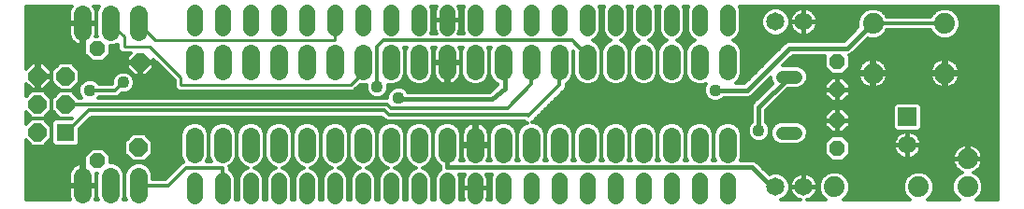
<source format=gbl>
G75*
G70*
%OFA0B0*%
%FSLAX24Y24*%
%IPPOS*%
%LPD*%
%AMOC8*
5,1,8,0,0,1.08239X$1,22.5*
%
%ADD10C,0.0560*%
%ADD11OC8,0.0560*%
%ADD12C,0.0740*%
%ADD13C,0.0650*%
%ADD14C,0.0640*%
%ADD15R,0.0640X0.0640*%
%ADD16OC8,0.0640*%
%ADD17R,0.0650X0.0650*%
%ADD18C,0.0480*%
%ADD19C,0.0120*%
%ADD20C,0.0160*%
%ADD21C,0.0436*%
%ADD22C,0.0100*%
D10*
X006360Y000630D02*
X006360Y001190D01*
X007360Y001190D02*
X007360Y000630D01*
X008360Y000630D02*
X008360Y001190D01*
X009360Y001190D02*
X009360Y000630D01*
X010360Y000630D02*
X010360Y001190D01*
X011360Y001190D02*
X011360Y000630D01*
X012360Y000630D02*
X012360Y001190D01*
X013360Y001190D02*
X013360Y000630D01*
X014360Y000630D02*
X014360Y001190D01*
X015360Y001190D02*
X015360Y000630D01*
X016360Y000630D02*
X016360Y001190D01*
X017360Y001190D02*
X017360Y000630D01*
X018360Y000630D02*
X018360Y001190D01*
X019360Y001190D02*
X019360Y000630D01*
X020360Y000630D02*
X020360Y001190D01*
X021360Y001190D02*
X021360Y000630D01*
X022360Y000630D02*
X022360Y001190D01*
X023360Y001190D02*
X023360Y000630D01*
X024360Y000630D02*
X024360Y001190D01*
X025360Y001190D02*
X025360Y000630D01*
X025360Y006630D02*
X025360Y007190D01*
X024360Y007190D02*
X024360Y006630D01*
X023360Y006630D02*
X023360Y007190D01*
X022360Y007190D02*
X022360Y006630D01*
X021360Y006630D02*
X021360Y007190D01*
X020360Y007190D02*
X020360Y006630D01*
X019360Y006630D02*
X019360Y007190D01*
X018360Y007190D02*
X018360Y006630D01*
X017360Y006630D02*
X017360Y007190D01*
X016360Y007190D02*
X016360Y006630D01*
X015360Y006630D02*
X015360Y007190D01*
X014360Y007190D02*
X014360Y006630D01*
X013360Y006630D02*
X013360Y007190D01*
X012360Y007190D02*
X012360Y006630D01*
X011360Y006630D02*
X011360Y007190D01*
X010360Y007190D02*
X010360Y006630D01*
X009360Y006630D02*
X009360Y007190D01*
X008360Y007190D02*
X008360Y006630D01*
X007360Y006630D02*
X007360Y007190D01*
X006360Y007190D02*
X006360Y006630D01*
D11*
X002885Y005890D03*
X002885Y001890D03*
X029260Y002335D03*
X029260Y003335D03*
X029260Y004435D03*
X029260Y005435D03*
D12*
X030530Y005020D03*
X033090Y005020D03*
X033090Y006800D03*
X030530Y006800D03*
X033910Y001960D03*
X033910Y000960D03*
X032160Y000960D03*
X029160Y000960D03*
D13*
X028060Y000960D03*
X027060Y000960D03*
X031760Y002460D03*
X028060Y006860D03*
X027060Y006860D03*
D14*
X025360Y005730D02*
X025360Y005090D01*
X024360Y005090D02*
X024360Y005730D01*
X023360Y005730D02*
X023360Y005090D01*
X022360Y005090D02*
X022360Y005730D01*
X021360Y005730D02*
X021360Y005090D01*
X020360Y005090D02*
X020360Y005730D01*
X019360Y005730D02*
X019360Y005090D01*
X018360Y005090D02*
X018360Y005730D01*
X017360Y005730D02*
X017360Y005090D01*
X016360Y005090D02*
X016360Y005730D01*
X015360Y005730D02*
X015360Y005090D01*
X014360Y005090D02*
X014360Y005730D01*
X013360Y005730D02*
X013360Y005090D01*
X012360Y005090D02*
X012360Y005730D01*
X011360Y005730D02*
X011360Y005090D01*
X010360Y005090D02*
X010360Y005730D01*
X009360Y005730D02*
X009360Y005090D01*
X008360Y005090D02*
X008360Y005730D01*
X007360Y005730D02*
X007360Y005090D01*
X006360Y005090D02*
X006360Y005730D01*
X004360Y006490D02*
X004360Y007130D01*
X003360Y007130D02*
X003360Y006490D01*
X002360Y006490D02*
X002360Y007130D01*
X006360Y002780D02*
X006360Y002140D01*
X007360Y002140D02*
X007360Y002780D01*
X008360Y002780D02*
X008360Y002140D01*
X009360Y002140D02*
X009360Y002780D01*
X010360Y002780D02*
X010360Y002140D01*
X011360Y002140D02*
X011360Y002780D01*
X012360Y002780D02*
X012360Y002140D01*
X013360Y002140D02*
X013360Y002780D01*
X014360Y002780D02*
X014360Y002140D01*
X015360Y002140D02*
X015360Y002780D01*
X016360Y002780D02*
X016360Y002140D01*
X017360Y002140D02*
X017360Y002780D01*
X018360Y002780D02*
X018360Y002140D01*
X019360Y002140D02*
X019360Y002780D01*
X020360Y002780D02*
X020360Y002140D01*
X021360Y002140D02*
X021360Y002780D01*
X022360Y002780D02*
X022360Y002140D01*
X023360Y002140D02*
X023360Y002780D01*
X024360Y002780D02*
X024360Y002140D01*
X025360Y002140D02*
X025360Y002780D01*
X004360Y001330D02*
X004360Y000690D01*
X003360Y000690D02*
X003360Y001330D01*
X002360Y001330D02*
X002360Y000690D01*
D15*
X001760Y002910D03*
D16*
X000760Y002910D03*
X004360Y002360D03*
X001760Y003910D03*
X000760Y003910D03*
X000760Y004910D03*
X001760Y004910D03*
X004410Y005410D03*
D17*
X031760Y003460D03*
D18*
X027775Y002885D02*
X027295Y002885D01*
X027295Y004885D02*
X027775Y004885D01*
D19*
X000340Y002623D02*
X000340Y000490D01*
X001924Y000490D01*
X001915Y000506D01*
X001892Y000578D01*
X001880Y000652D01*
X001880Y000970D01*
X002320Y000970D01*
X002320Y001050D01*
X001880Y001050D01*
X001880Y001368D01*
X001892Y001442D01*
X001915Y001514D01*
X001950Y001582D01*
X001994Y001643D01*
X002048Y001696D01*
X002109Y001741D01*
X002176Y001775D01*
X002248Y001798D01*
X002320Y001810D01*
X002320Y001050D01*
X002400Y001050D01*
X002400Y001810D01*
X002425Y001806D01*
X002425Y002081D01*
X002695Y002350D01*
X003076Y002350D01*
X003345Y002081D01*
X003345Y001830D01*
X003460Y001830D01*
X003644Y001754D01*
X003784Y001613D01*
X003860Y001429D01*
X003860Y000591D01*
X003819Y000490D01*
X003902Y000490D01*
X003860Y000591D01*
X003860Y001429D01*
X003936Y001613D01*
X004077Y001754D01*
X004261Y001830D01*
X004460Y001830D01*
X004644Y001754D01*
X004784Y001613D01*
X004860Y001429D01*
X004860Y001250D01*
X005321Y001250D01*
X005837Y001766D01*
X005904Y001833D01*
X005944Y001850D01*
X005936Y001857D01*
X005860Y002041D01*
X005860Y002879D01*
X005936Y003063D01*
X006077Y003204D01*
X006261Y003280D01*
X006460Y003280D01*
X006644Y003204D01*
X006784Y003063D01*
X006860Y002879D01*
X006860Y002041D01*
X006790Y001870D01*
X006931Y001870D01*
X006860Y002041D01*
X006860Y002879D01*
X006936Y003063D01*
X007077Y003204D01*
X007261Y003280D01*
X007460Y003280D01*
X007644Y003204D01*
X007784Y003063D01*
X007860Y002879D01*
X007860Y002041D01*
X007784Y001857D01*
X007644Y001716D01*
X007586Y001692D01*
X007600Y001658D01*
X007600Y001588D01*
X007621Y001580D01*
X007750Y001451D01*
X007820Y001281D01*
X007820Y000538D01*
X007800Y000490D01*
X007920Y000490D01*
X007900Y000538D01*
X007900Y001281D01*
X007970Y001451D01*
X008100Y001580D01*
X008253Y001643D01*
X008077Y001716D01*
X007936Y001857D01*
X007860Y002041D01*
X007860Y002879D01*
X007936Y003063D01*
X008077Y003204D01*
X008261Y003280D01*
X008460Y003280D01*
X008644Y003204D01*
X008784Y003063D01*
X008860Y002879D01*
X008860Y002041D01*
X008784Y001857D01*
X008644Y001716D01*
X008468Y001643D01*
X008621Y001580D01*
X008750Y001451D01*
X008820Y001281D01*
X008820Y000538D01*
X008800Y000490D01*
X008920Y000490D01*
X008900Y000538D01*
X008900Y001281D01*
X008970Y001451D01*
X009100Y001580D01*
X009253Y001643D01*
X009077Y001716D01*
X008936Y001857D01*
X008860Y002041D01*
X008860Y002879D01*
X008936Y003063D01*
X009077Y003204D01*
X009261Y003280D01*
X009460Y003280D01*
X009644Y003204D01*
X009784Y003063D01*
X009860Y002879D01*
X009860Y002041D01*
X009784Y001857D01*
X009644Y001716D01*
X009468Y001643D01*
X009621Y001580D01*
X009750Y001451D01*
X009820Y001281D01*
X009820Y000538D01*
X009800Y000490D01*
X009920Y000490D01*
X009900Y000538D01*
X009900Y001281D01*
X009970Y001451D01*
X010100Y001580D01*
X010253Y001643D01*
X010077Y001716D01*
X009936Y001857D01*
X009860Y002041D01*
X009860Y002879D01*
X009936Y003063D01*
X010077Y003204D01*
X010261Y003280D01*
X010460Y003280D01*
X010644Y003204D01*
X010784Y003063D01*
X010860Y002879D01*
X010860Y002041D01*
X010784Y001857D01*
X010644Y001716D01*
X010468Y001643D01*
X010621Y001580D01*
X010750Y001451D01*
X010820Y001281D01*
X010820Y000538D01*
X010800Y000490D01*
X010920Y000490D01*
X010900Y000538D01*
X010900Y001281D01*
X010970Y001451D01*
X011100Y001580D01*
X011253Y001643D01*
X011077Y001716D01*
X010936Y001857D01*
X010860Y002041D01*
X010860Y002879D01*
X010936Y003063D01*
X011077Y003204D01*
X011261Y003280D01*
X011460Y003280D01*
X011644Y003204D01*
X011784Y003063D01*
X011860Y002879D01*
X011860Y002041D01*
X011784Y001857D01*
X011644Y001716D01*
X011468Y001643D01*
X011621Y001580D01*
X011750Y001451D01*
X011820Y001281D01*
X011820Y000538D01*
X011800Y000490D01*
X011920Y000490D01*
X011900Y000538D01*
X011900Y001281D01*
X011970Y001451D01*
X012100Y001580D01*
X012253Y001643D01*
X012077Y001716D01*
X011936Y001857D01*
X011860Y002041D01*
X011860Y002879D01*
X011936Y003063D01*
X012077Y003204D01*
X012261Y003280D01*
X012460Y003280D01*
X012644Y003204D01*
X012784Y003063D01*
X012860Y002879D01*
X012860Y002041D01*
X012784Y001857D01*
X012644Y001716D01*
X012468Y001643D01*
X012621Y001580D01*
X012750Y001451D01*
X012820Y001281D01*
X012820Y000538D01*
X012800Y000490D01*
X012920Y000490D01*
X012900Y000538D01*
X012900Y001281D01*
X012970Y001451D01*
X013100Y001580D01*
X013253Y001643D01*
X013077Y001716D01*
X012936Y001857D01*
X012860Y002041D01*
X012860Y002879D01*
X012936Y003063D01*
X013077Y003204D01*
X013261Y003280D01*
X013460Y003280D01*
X013644Y003204D01*
X013784Y003063D01*
X013860Y002879D01*
X013860Y002041D01*
X013784Y001857D01*
X013644Y001716D01*
X013468Y001643D01*
X013621Y001580D01*
X013750Y001451D01*
X013820Y001281D01*
X013820Y000538D01*
X013800Y000490D01*
X013920Y000490D01*
X013900Y000538D01*
X013900Y001281D01*
X013970Y001451D01*
X014100Y001580D01*
X014253Y001643D01*
X014077Y001716D01*
X013936Y001857D01*
X013860Y002041D01*
X013860Y002879D01*
X013936Y003063D01*
X014077Y003204D01*
X014261Y003280D01*
X014460Y003280D01*
X014644Y003204D01*
X014784Y003063D01*
X014860Y002879D01*
X014860Y002041D01*
X014784Y001857D01*
X014644Y001716D01*
X014468Y001643D01*
X014621Y001580D01*
X014750Y001451D01*
X014820Y001281D01*
X014820Y000538D01*
X014800Y000490D01*
X014920Y000490D01*
X014900Y000538D01*
X014900Y001281D01*
X014970Y001451D01*
X015100Y001580D01*
X015110Y001584D01*
X015100Y001608D01*
X015100Y001706D01*
X015077Y001716D01*
X014936Y001857D01*
X014860Y002041D01*
X014860Y002879D01*
X014936Y003063D01*
X015077Y003204D01*
X015261Y003280D01*
X015460Y003280D01*
X015644Y003204D01*
X015784Y003063D01*
X015860Y002879D01*
X015860Y002041D01*
X015810Y001920D01*
X015934Y001920D01*
X015915Y001956D01*
X015892Y002028D01*
X015880Y002102D01*
X015880Y002420D01*
X016320Y002420D01*
X016320Y002500D01*
X015880Y002500D01*
X015880Y002818D01*
X015892Y002892D01*
X015915Y002964D01*
X015950Y003032D01*
X015994Y003093D01*
X016048Y003146D01*
X016109Y003191D01*
X016176Y003225D01*
X016248Y003248D01*
X016320Y003260D01*
X016320Y002500D01*
X016400Y002500D01*
X016400Y003260D01*
X016473Y003248D01*
X016545Y003225D01*
X016612Y003191D01*
X016673Y003146D01*
X016726Y003093D01*
X016771Y003032D01*
X016805Y002964D01*
X016828Y002892D01*
X016840Y002818D01*
X016840Y002500D01*
X016400Y002500D01*
X016400Y002420D01*
X016840Y002420D01*
X016840Y002102D01*
X016828Y002028D01*
X016805Y001956D01*
X016787Y001920D01*
X016910Y001920D01*
X016860Y002041D01*
X016860Y002879D01*
X016936Y003063D01*
X017077Y003204D01*
X017261Y003280D01*
X017460Y003280D01*
X017644Y003204D01*
X017784Y003063D01*
X017860Y002879D01*
X017860Y002041D01*
X017810Y001920D01*
X017910Y001920D01*
X017860Y002041D01*
X017860Y002879D01*
X017936Y003063D01*
X018077Y003204D01*
X018201Y003255D01*
X018124Y003287D01*
X018121Y003290D01*
X013233Y003290D01*
X013144Y003327D01*
X013077Y003394D01*
X013021Y003450D01*
X002680Y003450D01*
X002260Y003031D01*
X002260Y002515D01*
X002155Y002410D01*
X001366Y002410D01*
X001260Y002515D01*
X001260Y003305D01*
X001366Y003410D01*
X001961Y003410D01*
X001961Y003410D01*
X001553Y003410D01*
X001260Y003703D01*
X001260Y004117D01*
X000967Y004410D01*
X000553Y004410D01*
X000340Y004197D01*
X000340Y004651D01*
X000561Y004430D01*
X000720Y004430D01*
X000720Y004870D01*
X000800Y004870D01*
X000800Y004430D01*
X000959Y004430D01*
X001240Y004711D01*
X001240Y004870D01*
X000800Y004870D01*
X000800Y004950D01*
X000720Y004950D01*
X000720Y005390D01*
X000561Y005390D01*
X000340Y005169D01*
X000340Y007405D01*
X001967Y007405D01*
X001950Y007382D01*
X001915Y007314D01*
X001892Y007242D01*
X001880Y007168D01*
X001880Y006850D01*
X002320Y006850D01*
X002320Y006770D01*
X001880Y006770D01*
X001880Y006452D01*
X001892Y006378D01*
X001915Y006306D01*
X001950Y006238D01*
X001994Y006177D01*
X002048Y006124D01*
X002109Y006079D01*
X002176Y006045D01*
X002248Y006022D01*
X002320Y006010D01*
X002320Y006770D01*
X002400Y006770D01*
X002400Y006010D01*
X002425Y006014D01*
X002425Y005699D01*
X002695Y005430D01*
X003076Y005430D01*
X003345Y005699D01*
X003345Y005990D01*
X003460Y005990D01*
X003610Y006052D01*
X003610Y005875D01*
X003745Y005740D01*
X004061Y005740D01*
X003930Y005609D01*
X003930Y005450D01*
X004370Y005450D01*
X004370Y005370D01*
X003930Y005370D01*
X003930Y005211D01*
X004211Y004930D01*
X004370Y004930D01*
X004370Y005370D01*
X004450Y005370D01*
X004450Y004930D01*
X004609Y004930D01*
X004890Y005211D01*
X004890Y005370D01*
X004450Y005370D01*
X004450Y005450D01*
X004890Y005450D01*
X004890Y005515D01*
X005630Y004775D01*
X005630Y004515D01*
X005650Y004495D01*
X005785Y004360D01*
X011996Y004360D01*
X012236Y004600D01*
X012261Y004590D01*
X012460Y004590D01*
X012462Y004591D01*
X012462Y004471D01*
X012523Y004324D01*
X012635Y004212D01*
X012781Y004152D01*
X012940Y004152D01*
X013086Y004212D01*
X013198Y004324D01*
X013258Y004471D01*
X013258Y004591D01*
X013261Y004590D01*
X013460Y004590D01*
X013644Y004666D01*
X013784Y004807D01*
X013860Y004991D01*
X013936Y004807D01*
X014077Y004666D01*
X014261Y004590D01*
X014460Y004590D01*
X014644Y004666D01*
X014784Y004807D01*
X014860Y004991D01*
X014860Y005829D01*
X014810Y005950D01*
X014934Y005950D01*
X014915Y005914D01*
X014892Y005842D01*
X014880Y005768D01*
X014880Y005450D01*
X015320Y005450D01*
X015320Y005370D01*
X014880Y005370D01*
X014880Y005052D01*
X014892Y004978D01*
X014915Y004906D01*
X014950Y004838D01*
X014994Y004777D01*
X015048Y004724D01*
X015109Y004679D01*
X015176Y004645D01*
X015248Y004622D01*
X015320Y004610D01*
X015320Y005370D01*
X015400Y005370D01*
X015400Y004610D01*
X015473Y004622D01*
X015545Y004645D01*
X015612Y004679D01*
X015673Y004724D01*
X015726Y004777D01*
X015771Y004838D01*
X015805Y004906D01*
X015828Y004978D01*
X015840Y005052D01*
X015840Y005370D01*
X015400Y005370D01*
X015400Y005450D01*
X015840Y005450D01*
X015840Y005768D01*
X015828Y005842D01*
X015805Y005914D01*
X015787Y005950D01*
X015910Y005950D01*
X015860Y005829D01*
X015860Y004991D01*
X015936Y004807D01*
X016077Y004666D01*
X016261Y004590D01*
X016460Y004590D01*
X016644Y004666D01*
X016784Y004807D01*
X016860Y004991D01*
X016936Y004807D01*
X017077Y004666D01*
X017140Y004640D01*
X017140Y004589D01*
X016864Y004350D01*
X013960Y004350D01*
X013958Y004356D01*
X013846Y004468D01*
X013700Y004528D01*
X013541Y004528D01*
X013395Y004468D01*
X013283Y004356D01*
X013222Y004209D01*
X013222Y004150D01*
X002923Y004150D01*
X002943Y004170D01*
X003568Y004170D01*
X003656Y004207D01*
X003724Y004274D01*
X003742Y004292D01*
X003880Y004292D01*
X004026Y004352D01*
X004138Y004464D01*
X004198Y004611D01*
X004198Y004769D01*
X004138Y004916D01*
X004026Y005028D01*
X003880Y005088D01*
X003721Y005088D01*
X003575Y005028D01*
X003463Y004916D01*
X003402Y004769D01*
X003402Y004650D01*
X002943Y004650D01*
X002846Y004748D01*
X002700Y004808D01*
X002541Y004808D01*
X002395Y004748D01*
X002283Y004636D01*
X002222Y004489D01*
X002222Y004331D01*
X002283Y004184D01*
X002317Y004150D01*
X002227Y004150D01*
X001967Y004410D01*
X002260Y004703D01*
X002260Y005117D01*
X001967Y005410D01*
X001553Y005410D01*
X001260Y005117D01*
X001260Y004703D01*
X001553Y004410D01*
X001967Y004410D01*
X001553Y004410D01*
X001260Y004117D01*
X001260Y003703D01*
X000967Y003410D01*
X000553Y003410D01*
X000340Y003623D01*
X000340Y003197D01*
X000553Y003410D01*
X000967Y003410D01*
X001260Y003117D01*
X001260Y002703D01*
X000967Y002410D01*
X000553Y002410D01*
X000340Y002623D01*
X000340Y002562D02*
X000402Y002562D01*
X000340Y002443D02*
X000520Y002443D01*
X000340Y002325D02*
X002669Y002325D01*
X003101Y002325D02*
X003860Y002325D01*
X003860Y002443D02*
X002188Y002443D01*
X002260Y002562D02*
X003860Y002562D01*
X003860Y002567D02*
X003860Y002153D01*
X004153Y001860D01*
X004567Y001860D01*
X004860Y002153D01*
X004860Y002567D01*
X004567Y002860D01*
X004153Y002860D01*
X003860Y002567D01*
X003973Y002680D02*
X002260Y002680D01*
X002260Y002799D02*
X004092Y002799D01*
X004629Y002799D02*
X005860Y002799D01*
X005876Y002917D02*
X002260Y002917D01*
X001820Y002930D02*
X002580Y003690D01*
X013120Y003690D01*
X013280Y003530D01*
X018220Y003530D01*
X018260Y003490D01*
X019360Y004590D01*
X019360Y005410D01*
X019860Y005406D02*
X019860Y005406D01*
X019860Y005524D02*
X019860Y005524D01*
X020360Y005410D02*
X020360Y005650D01*
X019820Y006190D01*
X013080Y006190D01*
X012860Y005970D01*
X012860Y004550D01*
X012462Y004576D02*
X012212Y004576D01*
X012093Y004458D02*
X012468Y004458D01*
X012517Y004339D02*
X003993Y004339D01*
X003724Y004274D02*
X003724Y004274D01*
X003670Y004221D02*
X012627Y004221D01*
X013094Y004221D02*
X013227Y004221D01*
X013204Y004339D02*
X013276Y004339D01*
X013253Y004458D02*
X013385Y004458D01*
X013258Y004576D02*
X017125Y004576D01*
X016988Y004458D02*
X013856Y004458D01*
X013672Y004695D02*
X014049Y004695D01*
X013934Y004813D02*
X013787Y004813D01*
X013836Y004932D02*
X013885Y004932D01*
X013860Y004991D02*
X013860Y005829D01*
X013910Y005950D01*
X013810Y005950D01*
X013860Y005829D01*
X013860Y004991D01*
X013860Y005050D02*
X013860Y005050D01*
X013860Y005169D02*
X013860Y005169D01*
X013860Y005287D02*
X013860Y005287D01*
X013860Y005406D02*
X013860Y005406D01*
X013860Y005524D02*
X013860Y005524D01*
X013860Y005643D02*
X013860Y005643D01*
X013860Y005761D02*
X013860Y005761D01*
X013840Y005880D02*
X013881Y005880D01*
X014840Y005880D02*
X014904Y005880D01*
X014880Y005761D02*
X014860Y005761D01*
X014860Y005643D02*
X014880Y005643D01*
X014880Y005524D02*
X014860Y005524D01*
X014860Y005406D02*
X015320Y005406D01*
X015400Y005406D02*
X015860Y005406D01*
X015860Y005524D02*
X015840Y005524D01*
X015840Y005643D02*
X015860Y005643D01*
X015860Y005761D02*
X015840Y005761D01*
X015816Y005880D02*
X015881Y005880D01*
X016810Y005950D02*
X016860Y005829D01*
X016860Y004991D01*
X016860Y005829D01*
X016910Y005950D01*
X016810Y005950D01*
X016840Y005880D02*
X016881Y005880D01*
X016860Y005761D02*
X016860Y005761D01*
X016860Y005643D02*
X016860Y005643D01*
X016860Y005524D02*
X016860Y005524D01*
X016860Y005406D02*
X016860Y005406D01*
X016860Y005287D02*
X016860Y005287D01*
X016860Y005169D02*
X016860Y005169D01*
X016860Y005050D02*
X016860Y005050D01*
X016836Y004932D02*
X016885Y004932D01*
X016934Y004813D02*
X016787Y004813D01*
X016672Y004695D02*
X017049Y004695D01*
X016049Y004695D02*
X015633Y004695D01*
X015752Y004813D02*
X015934Y004813D01*
X015885Y004932D02*
X015814Y004932D01*
X015840Y005050D02*
X015860Y005050D01*
X015400Y005050D02*
X015320Y005050D01*
X015320Y004932D02*
X015400Y004932D01*
X014907Y004932D02*
X014836Y004932D01*
X014860Y005050D02*
X014881Y005050D01*
X014880Y005169D02*
X014860Y005169D01*
X014860Y005287D02*
X014880Y005287D01*
X015320Y005287D02*
X015400Y005287D01*
X015400Y005169D02*
X015320Y005169D01*
X015840Y005169D02*
X015860Y005169D01*
X015860Y005287D02*
X015840Y005287D01*
X015400Y004813D02*
X015320Y004813D01*
X015320Y004695D02*
X015400Y004695D01*
X015088Y004695D02*
X014672Y004695D01*
X014787Y004813D02*
X014968Y004813D01*
X017520Y003770D02*
X018360Y004650D01*
X018360Y005410D01*
X019860Y005287D02*
X019860Y005287D01*
X019860Y005169D02*
X019860Y005169D01*
X019860Y005050D02*
X019860Y005050D01*
X019860Y004991D02*
X019936Y004807D01*
X020077Y004666D01*
X020261Y004590D01*
X020460Y004590D01*
X020644Y004666D01*
X020784Y004807D01*
X020860Y004991D01*
X020936Y004807D01*
X021077Y004666D01*
X021261Y004590D01*
X021460Y004590D01*
X021644Y004666D01*
X021784Y004807D01*
X021860Y004991D01*
X021936Y004807D01*
X022077Y004666D01*
X022261Y004590D01*
X022460Y004590D01*
X022644Y004666D01*
X022784Y004807D01*
X022860Y004991D01*
X022936Y004807D01*
X023077Y004666D01*
X023261Y004590D01*
X023460Y004590D01*
X023644Y004666D01*
X023784Y004807D01*
X023860Y004991D01*
X023936Y004807D01*
X024077Y004666D01*
X024261Y004590D01*
X024460Y004590D01*
X024575Y004638D01*
X024573Y004636D01*
X024512Y004489D01*
X024512Y004331D01*
X024573Y004184D01*
X024685Y004072D01*
X024831Y004012D01*
X024990Y004012D01*
X025136Y004072D01*
X025213Y004150D01*
X026112Y004150D01*
X026208Y004190D01*
X026281Y004263D01*
X026875Y004857D01*
X026875Y004801D01*
X026936Y004654D01*
X026240Y003957D01*
X026200Y003862D01*
X026200Y003263D01*
X026123Y003186D01*
X026062Y003039D01*
X026062Y002881D01*
X026123Y002734D01*
X026235Y002622D01*
X026381Y002562D01*
X026540Y002562D01*
X026686Y002622D01*
X026798Y002734D01*
X026858Y002881D01*
X026858Y003039D01*
X026798Y003186D01*
X026720Y003263D01*
X026720Y003702D01*
X027483Y004465D01*
X027859Y004465D01*
X028013Y004529D01*
X028131Y004647D01*
X028195Y004801D01*
X028195Y004969D01*
X028131Y005123D01*
X028013Y005241D01*
X027859Y005305D01*
X027323Y005305D01*
X027668Y005650D01*
X028825Y005650D01*
X028800Y005626D01*
X028800Y005244D01*
X029070Y004975D01*
X029451Y004975D01*
X029720Y005244D01*
X029720Y005626D01*
X029686Y005660D01*
X029758Y005690D01*
X029831Y005763D01*
X030348Y006280D01*
X030421Y006250D01*
X030640Y006250D01*
X030842Y006334D01*
X030997Y006488D01*
X031026Y006560D01*
X032594Y006560D01*
X032624Y006488D01*
X032779Y006334D01*
X032981Y006250D01*
X033200Y006250D01*
X033402Y006334D01*
X033557Y006488D01*
X033640Y006691D01*
X033640Y006909D01*
X033557Y007112D01*
X033402Y007266D01*
X033200Y007350D01*
X032981Y007350D01*
X032779Y007266D01*
X032624Y007112D01*
X032594Y007040D01*
X031026Y007040D01*
X030997Y007112D01*
X030842Y007266D01*
X030640Y007350D01*
X030421Y007350D01*
X030219Y007266D01*
X030064Y007112D01*
X029980Y006909D01*
X029980Y006691D01*
X029993Y006660D01*
X029503Y006170D01*
X027509Y006170D01*
X027413Y006130D01*
X025953Y004670D01*
X025647Y004670D01*
X025784Y004807D01*
X025860Y004991D01*
X025860Y005829D01*
X025784Y006013D01*
X025644Y006154D01*
X025528Y006202D01*
X025621Y006240D01*
X025750Y006369D01*
X025820Y006538D01*
X025820Y007281D01*
X025769Y007405D01*
X034980Y007405D01*
X034980Y000490D01*
X034213Y000490D01*
X034222Y000494D01*
X034377Y000648D01*
X034460Y000851D01*
X034460Y001069D01*
X034377Y001272D01*
X034222Y001426D01*
X034116Y001470D01*
X034188Y001507D01*
X034256Y001556D01*
X034315Y001615D01*
X034364Y001682D01*
X034401Y001757D01*
X034427Y001836D01*
X034440Y001918D01*
X034440Y001940D01*
X033930Y001940D01*
X033930Y001980D01*
X033890Y001980D01*
X033890Y001940D01*
X033380Y001940D01*
X033380Y001918D01*
X033393Y001836D01*
X033419Y001757D01*
X033457Y001682D01*
X033506Y001615D01*
X033565Y001556D01*
X033633Y001507D01*
X033704Y001470D01*
X033599Y001426D01*
X033444Y001272D01*
X033360Y001069D01*
X033360Y000851D01*
X033444Y000648D01*
X033599Y000494D01*
X033608Y000490D01*
X032463Y000490D01*
X032472Y000494D01*
X032627Y000648D01*
X032710Y000851D01*
X032710Y001069D01*
X032627Y001272D01*
X032472Y001426D01*
X032270Y001510D01*
X032051Y001510D01*
X031849Y001426D01*
X031694Y001272D01*
X031610Y001069D01*
X031610Y000851D01*
X031694Y000648D01*
X031849Y000494D01*
X031858Y000490D01*
X029463Y000490D01*
X029472Y000494D01*
X029627Y000648D01*
X029710Y000851D01*
X029710Y001069D01*
X029627Y001272D01*
X029472Y001426D01*
X029270Y001510D01*
X029051Y001510D01*
X028849Y001426D01*
X028694Y001272D01*
X028610Y001069D01*
X028610Y000851D01*
X028694Y000648D01*
X028849Y000494D01*
X028858Y000490D01*
X028183Y000490D01*
X028246Y000511D01*
X028315Y000545D01*
X028376Y000590D01*
X028430Y000644D01*
X028475Y000706D01*
X028510Y000774D01*
X028533Y000846D01*
X028545Y000922D01*
X028545Y000951D01*
X028069Y000951D01*
X028069Y000969D01*
X028051Y000969D01*
X028051Y000951D01*
X027575Y000951D01*
X027575Y000922D01*
X027587Y000846D01*
X027611Y000774D01*
X027646Y000706D01*
X027690Y000644D01*
X027744Y000590D01*
X027806Y000545D01*
X027874Y000511D01*
X027937Y000490D01*
X027245Y000490D01*
X027346Y000532D01*
X027488Y000674D01*
X027565Y000860D01*
X027565Y001060D01*
X027488Y001246D01*
X027346Y001388D01*
X027161Y001465D01*
X026960Y001465D01*
X026828Y001410D01*
X026431Y001807D01*
X026358Y001880D01*
X026262Y001920D01*
X025810Y001920D01*
X025860Y002041D01*
X025860Y002879D01*
X025784Y003063D01*
X025644Y003204D01*
X025460Y003280D01*
X025261Y003280D01*
X025077Y003204D01*
X024936Y003063D01*
X024860Y002879D01*
X024784Y003063D01*
X024644Y003204D01*
X024460Y003280D01*
X024261Y003280D01*
X024077Y003204D01*
X023936Y003063D01*
X023860Y002879D01*
X023784Y003063D01*
X023644Y003204D01*
X023460Y003280D01*
X023261Y003280D01*
X023077Y003204D01*
X022936Y003063D01*
X022860Y002879D01*
X022784Y003063D01*
X022644Y003204D01*
X022460Y003280D01*
X022261Y003280D01*
X022077Y003204D01*
X021936Y003063D01*
X021860Y002879D01*
X021784Y003063D01*
X021644Y003204D01*
X021460Y003280D01*
X021261Y003280D01*
X021077Y003204D01*
X020936Y003063D01*
X020860Y002879D01*
X020784Y003063D01*
X020644Y003204D01*
X020460Y003280D01*
X020261Y003280D01*
X020077Y003204D01*
X019936Y003063D01*
X019860Y002879D01*
X019784Y003063D01*
X019644Y003204D01*
X019460Y003280D01*
X019261Y003280D01*
X019077Y003204D01*
X018936Y003063D01*
X018860Y002879D01*
X018784Y003063D01*
X018644Y003204D01*
X018460Y003280D01*
X018380Y003280D01*
X018396Y003287D01*
X018464Y003354D01*
X019496Y004387D01*
X019564Y004454D01*
X019600Y004542D01*
X019600Y004648D01*
X019644Y004666D01*
X019784Y004807D01*
X019860Y004991D01*
X019860Y005811D01*
X019860Y005811D01*
X019860Y004991D01*
X019836Y004932D02*
X019885Y004932D01*
X019934Y004813D02*
X019787Y004813D01*
X019672Y004695D02*
X020049Y004695D01*
X019600Y004576D02*
X024548Y004576D01*
X024512Y004458D02*
X019565Y004458D01*
X019449Y004339D02*
X024512Y004339D01*
X024558Y004221D02*
X019330Y004221D01*
X019212Y004102D02*
X024655Y004102D01*
X025165Y004102D02*
X026385Y004102D01*
X026266Y003984D02*
X019093Y003984D01*
X018975Y003865D02*
X026202Y003865D01*
X026200Y003747D02*
X018856Y003747D01*
X018738Y003628D02*
X026200Y003628D01*
X026200Y003510D02*
X018619Y003510D01*
X018501Y003391D02*
X026200Y003391D01*
X026200Y003273D02*
X025478Y003273D01*
X025243Y003273D02*
X024478Y003273D01*
X024243Y003273D02*
X023478Y003273D01*
X023243Y003273D02*
X022478Y003273D01*
X022243Y003273D02*
X021478Y003273D01*
X021243Y003273D02*
X020478Y003273D01*
X020243Y003273D02*
X019478Y003273D01*
X019243Y003273D02*
X018478Y003273D01*
X018464Y003354D02*
X018464Y003354D01*
X018158Y003273D02*
X017478Y003273D01*
X017243Y003273D02*
X015478Y003273D01*
X015243Y003273D02*
X014478Y003273D01*
X014243Y003273D02*
X013478Y003273D01*
X013243Y003273D02*
X012478Y003273D01*
X012243Y003273D02*
X011478Y003273D01*
X011243Y003273D02*
X010478Y003273D01*
X010243Y003273D02*
X009478Y003273D01*
X009243Y003273D02*
X008478Y003273D01*
X008243Y003273D02*
X007478Y003273D01*
X007243Y003273D02*
X006478Y003273D01*
X006243Y003273D02*
X002502Y003273D01*
X002621Y003391D02*
X013080Y003391D01*
X013027Y003154D02*
X012693Y003154D01*
X012796Y003036D02*
X012925Y003036D01*
X012876Y002917D02*
X012845Y002917D01*
X012860Y002799D02*
X012860Y002799D01*
X012860Y002680D02*
X012860Y002680D01*
X012860Y002562D02*
X012860Y002562D01*
X012860Y002443D02*
X012860Y002443D01*
X012860Y002325D02*
X012860Y002325D01*
X012860Y002206D02*
X012860Y002206D01*
X012860Y002088D02*
X012860Y002088D01*
X012831Y001969D02*
X012890Y001969D01*
X012943Y001851D02*
X012778Y001851D01*
X012659Y001732D02*
X013061Y001732D01*
X013181Y001614D02*
X012540Y001614D01*
X012181Y001614D02*
X011540Y001614D01*
X011659Y001732D02*
X012061Y001732D01*
X011943Y001851D02*
X011778Y001851D01*
X011831Y001969D02*
X011890Y001969D01*
X011860Y002088D02*
X011860Y002088D01*
X011860Y002206D02*
X011860Y002206D01*
X011860Y002325D02*
X011860Y002325D01*
X011860Y002443D02*
X011860Y002443D01*
X011860Y002562D02*
X011860Y002562D01*
X011860Y002680D02*
X011860Y002680D01*
X011860Y002799D02*
X011860Y002799D01*
X011845Y002917D02*
X011876Y002917D01*
X011925Y003036D02*
X011796Y003036D01*
X011693Y003154D02*
X012027Y003154D01*
X011027Y003154D02*
X010693Y003154D01*
X010796Y003036D02*
X010925Y003036D01*
X010876Y002917D02*
X010845Y002917D01*
X010860Y002799D02*
X010860Y002799D01*
X010860Y002680D02*
X010860Y002680D01*
X010860Y002562D02*
X010860Y002562D01*
X010860Y002443D02*
X010860Y002443D01*
X010860Y002325D02*
X010860Y002325D01*
X010860Y002206D02*
X010860Y002206D01*
X010860Y002088D02*
X010860Y002088D01*
X010831Y001969D02*
X010890Y001969D01*
X010943Y001851D02*
X010778Y001851D01*
X010659Y001732D02*
X011061Y001732D01*
X011181Y001614D02*
X010540Y001614D01*
X010181Y001614D02*
X009540Y001614D01*
X009659Y001732D02*
X010061Y001732D01*
X009943Y001851D02*
X009778Y001851D01*
X009831Y001969D02*
X009890Y001969D01*
X009860Y002088D02*
X009860Y002088D01*
X009860Y002206D02*
X009860Y002206D01*
X009860Y002325D02*
X009860Y002325D01*
X009860Y002443D02*
X009860Y002443D01*
X009860Y002562D02*
X009860Y002562D01*
X009860Y002680D02*
X009860Y002680D01*
X009860Y002799D02*
X009860Y002799D01*
X009845Y002917D02*
X009876Y002917D01*
X009925Y003036D02*
X009796Y003036D01*
X009693Y003154D02*
X010027Y003154D01*
X009027Y003154D02*
X008693Y003154D01*
X008796Y003036D02*
X008925Y003036D01*
X008876Y002917D02*
X008845Y002917D01*
X008860Y002799D02*
X008860Y002799D01*
X008860Y002680D02*
X008860Y002680D01*
X008860Y002562D02*
X008860Y002562D01*
X008860Y002443D02*
X008860Y002443D01*
X008860Y002325D02*
X008860Y002325D01*
X008860Y002206D02*
X008860Y002206D01*
X008860Y002088D02*
X008860Y002088D01*
X008831Y001969D02*
X008890Y001969D01*
X008943Y001851D02*
X008778Y001851D01*
X008659Y001732D02*
X009061Y001732D01*
X009181Y001614D02*
X008540Y001614D01*
X008181Y001614D02*
X007600Y001614D01*
X007659Y001732D02*
X008061Y001732D01*
X007943Y001851D02*
X007778Y001851D01*
X007831Y001969D02*
X007890Y001969D01*
X007860Y002088D02*
X007860Y002088D01*
X007860Y002206D02*
X007860Y002206D01*
X007860Y002325D02*
X007860Y002325D01*
X007860Y002443D02*
X007860Y002443D01*
X007860Y002562D02*
X007860Y002562D01*
X007860Y002680D02*
X007860Y002680D01*
X007860Y002799D02*
X007860Y002799D01*
X007845Y002917D02*
X007876Y002917D01*
X007925Y003036D02*
X007796Y003036D01*
X007693Y003154D02*
X008027Y003154D01*
X007027Y003154D02*
X006693Y003154D01*
X006796Y003036D02*
X006925Y003036D01*
X006876Y002917D02*
X006845Y002917D01*
X006860Y002799D02*
X006860Y002799D01*
X006860Y002680D02*
X006860Y002680D01*
X006860Y002562D02*
X006860Y002562D01*
X006860Y002443D02*
X006860Y002443D01*
X006860Y002325D02*
X006860Y002325D01*
X006860Y002206D02*
X006860Y002206D01*
X006860Y002088D02*
X006860Y002088D01*
X006831Y001969D02*
X006890Y001969D01*
X005943Y001851D02*
X003345Y001851D01*
X003345Y001969D02*
X004044Y001969D01*
X003926Y002088D02*
X003338Y002088D01*
X003220Y002206D02*
X003860Y002206D01*
X004676Y001969D02*
X005890Y001969D01*
X005860Y002088D02*
X004795Y002088D01*
X004860Y002206D02*
X005860Y002206D01*
X005860Y002325D02*
X004860Y002325D01*
X004860Y002443D02*
X005860Y002443D01*
X005860Y002562D02*
X004860Y002562D01*
X004747Y002680D02*
X005860Y002680D01*
X005925Y003036D02*
X002265Y003036D01*
X002384Y003154D02*
X006027Y003154D01*
X002551Y002206D02*
X000340Y002206D01*
X000340Y002088D02*
X002432Y002088D01*
X002425Y001969D02*
X000340Y001969D01*
X000340Y001851D02*
X002425Y001851D01*
X002400Y001732D02*
X002320Y001732D01*
X002320Y001614D02*
X002400Y001614D01*
X002097Y001732D02*
X000340Y001732D01*
X000340Y001614D02*
X001973Y001614D01*
X001909Y001495D02*
X000340Y001495D01*
X000340Y001377D02*
X001882Y001377D01*
X002320Y001377D02*
X002400Y001377D01*
X002400Y001495D02*
X002320Y001495D01*
X002830Y001430D02*
X002840Y001368D01*
X002840Y001050D01*
X002400Y001050D01*
X002400Y000970D01*
X002840Y000970D01*
X002840Y000652D01*
X002828Y000578D01*
X002805Y000506D01*
X002797Y000490D01*
X002902Y000490D01*
X002860Y000591D01*
X002860Y001429D01*
X002861Y001430D01*
X002830Y001430D01*
X002839Y001377D02*
X002860Y001377D01*
X002860Y001258D02*
X002840Y001258D01*
X002840Y001140D02*
X002860Y001140D01*
X002860Y001021D02*
X002400Y001021D01*
X002320Y001021D02*
X000340Y001021D01*
X000340Y000903D02*
X001880Y000903D01*
X001880Y000784D02*
X000340Y000784D01*
X000340Y000666D02*
X001880Y000666D01*
X001902Y000547D02*
X000340Y000547D01*
X002819Y000547D02*
X002878Y000547D01*
X002860Y000666D02*
X002840Y000666D01*
X002840Y000784D02*
X002860Y000784D01*
X002860Y000903D02*
X002840Y000903D01*
X003860Y000903D02*
X003860Y000903D01*
X003860Y001021D02*
X003860Y001021D01*
X003860Y001140D02*
X003860Y001140D01*
X003860Y001258D02*
X003860Y001258D01*
X003860Y001377D02*
X003860Y001377D01*
X003833Y001495D02*
X003887Y001495D01*
X003937Y001614D02*
X003784Y001614D01*
X003665Y001732D02*
X004055Y001732D01*
X004665Y001732D02*
X005803Y001732D01*
X005684Y001614D02*
X004784Y001614D01*
X004833Y001495D02*
X005566Y001495D01*
X005447Y001377D02*
X004860Y001377D01*
X004860Y001258D02*
X005329Y001258D01*
X005420Y001010D02*
X004360Y001010D01*
X003860Y000784D02*
X003860Y000784D01*
X003860Y000666D02*
X003860Y000666D01*
X003842Y000547D02*
X003878Y000547D01*
X005420Y001010D02*
X006040Y001630D01*
X007340Y001630D01*
X007360Y001610D01*
X007360Y000910D01*
X007820Y000903D02*
X007900Y000903D01*
X007900Y001021D02*
X007820Y001021D01*
X007820Y001140D02*
X007900Y001140D01*
X007900Y001258D02*
X007820Y001258D01*
X007781Y001377D02*
X007940Y001377D01*
X008015Y001495D02*
X007706Y001495D01*
X008706Y001495D02*
X009015Y001495D01*
X008940Y001377D02*
X008781Y001377D01*
X008820Y001258D02*
X008900Y001258D01*
X008900Y001140D02*
X008820Y001140D01*
X008820Y001021D02*
X008900Y001021D01*
X008900Y000903D02*
X008820Y000903D01*
X008820Y000784D02*
X008900Y000784D01*
X008900Y000666D02*
X008820Y000666D01*
X008820Y000547D02*
X008900Y000547D01*
X009820Y000547D02*
X009900Y000547D01*
X009900Y000666D02*
X009820Y000666D01*
X009820Y000784D02*
X009900Y000784D01*
X009900Y000903D02*
X009820Y000903D01*
X009820Y001021D02*
X009900Y001021D01*
X009900Y001140D02*
X009820Y001140D01*
X009820Y001258D02*
X009900Y001258D01*
X009940Y001377D02*
X009781Y001377D01*
X009706Y001495D02*
X010015Y001495D01*
X010706Y001495D02*
X011015Y001495D01*
X010940Y001377D02*
X010781Y001377D01*
X010820Y001258D02*
X010900Y001258D01*
X010900Y001140D02*
X010820Y001140D01*
X010820Y001021D02*
X010900Y001021D01*
X010900Y000903D02*
X010820Y000903D01*
X010820Y000784D02*
X010900Y000784D01*
X010900Y000666D02*
X010820Y000666D01*
X010820Y000547D02*
X010900Y000547D01*
X011820Y000547D02*
X011900Y000547D01*
X011900Y000666D02*
X011820Y000666D01*
X011820Y000784D02*
X011900Y000784D01*
X011900Y000903D02*
X011820Y000903D01*
X011820Y001021D02*
X011900Y001021D01*
X011900Y001140D02*
X011820Y001140D01*
X011820Y001258D02*
X011900Y001258D01*
X011940Y001377D02*
X011781Y001377D01*
X011706Y001495D02*
X012015Y001495D01*
X012706Y001495D02*
X013015Y001495D01*
X012940Y001377D02*
X012781Y001377D01*
X012820Y001258D02*
X012900Y001258D01*
X012900Y001140D02*
X012820Y001140D01*
X012820Y001021D02*
X012900Y001021D01*
X012900Y000903D02*
X012820Y000903D01*
X012820Y000784D02*
X012900Y000784D01*
X012900Y000666D02*
X012820Y000666D01*
X012820Y000547D02*
X012900Y000547D01*
X013820Y000547D02*
X013900Y000547D01*
X013900Y000666D02*
X013820Y000666D01*
X013820Y000784D02*
X013900Y000784D01*
X013900Y000903D02*
X013820Y000903D01*
X013820Y001021D02*
X013900Y001021D01*
X013900Y001140D02*
X013820Y001140D01*
X013820Y001258D02*
X013900Y001258D01*
X013940Y001377D02*
X013781Y001377D01*
X013706Y001495D02*
X014015Y001495D01*
X014181Y001614D02*
X013540Y001614D01*
X013659Y001732D02*
X014061Y001732D01*
X013943Y001851D02*
X013778Y001851D01*
X013831Y001969D02*
X013890Y001969D01*
X013860Y002088D02*
X013860Y002088D01*
X013860Y002206D02*
X013860Y002206D01*
X013860Y002325D02*
X013860Y002325D01*
X013860Y002443D02*
X013860Y002443D01*
X013860Y002562D02*
X013860Y002562D01*
X013860Y002680D02*
X013860Y002680D01*
X013860Y002799D02*
X013860Y002799D01*
X013845Y002917D02*
X013876Y002917D01*
X013925Y003036D02*
X013796Y003036D01*
X013693Y003154D02*
X014027Y003154D01*
X014693Y003154D02*
X015027Y003154D01*
X014925Y003036D02*
X014796Y003036D01*
X014845Y002917D02*
X014876Y002917D01*
X014860Y002799D02*
X014860Y002799D01*
X014860Y002680D02*
X014860Y002680D01*
X014860Y002562D02*
X014860Y002562D01*
X014860Y002443D02*
X014860Y002443D01*
X014860Y002325D02*
X014860Y002325D01*
X014860Y002206D02*
X014860Y002206D01*
X014860Y002088D02*
X014860Y002088D01*
X014831Y001969D02*
X014890Y001969D01*
X014943Y001851D02*
X014778Y001851D01*
X014659Y001732D02*
X015061Y001732D01*
X015100Y001614D02*
X014540Y001614D01*
X014706Y001495D02*
X015015Y001495D01*
X014940Y001377D02*
X014781Y001377D01*
X014820Y001258D02*
X014900Y001258D01*
X014900Y001140D02*
X014820Y001140D01*
X014820Y001021D02*
X014900Y001021D01*
X014900Y000903D02*
X014820Y000903D01*
X014820Y000784D02*
X014900Y000784D01*
X014900Y000666D02*
X014820Y000666D01*
X014820Y000547D02*
X014900Y000547D01*
X015800Y000490D02*
X015820Y000538D01*
X015820Y001281D01*
X015771Y001400D01*
X015973Y001400D01*
X015953Y001359D01*
X015931Y001293D01*
X015920Y001225D01*
X015920Y000930D01*
X016340Y000930D01*
X016340Y000890D01*
X015920Y000890D01*
X015920Y000595D01*
X015931Y000527D01*
X015943Y000490D01*
X015800Y000490D01*
X015820Y000547D02*
X015928Y000547D01*
X016340Y000547D02*
X016380Y000547D01*
X016380Y000490D02*
X016380Y000890D01*
X016340Y000890D01*
X016340Y000490D01*
X016380Y000490D01*
X016777Y000490D02*
X016789Y000527D01*
X016800Y000595D01*
X016800Y000890D01*
X016380Y000890D01*
X016380Y000930D01*
X016380Y001400D01*
X016340Y001400D01*
X016340Y000930D01*
X016380Y000930D01*
X016800Y000930D01*
X016800Y001225D01*
X016789Y001293D01*
X016768Y001359D01*
X016747Y001400D01*
X016949Y001400D01*
X016900Y001281D01*
X016900Y000538D01*
X016920Y000490D01*
X016777Y000490D01*
X016793Y000547D02*
X016900Y000547D01*
X016900Y000666D02*
X016800Y000666D01*
X016800Y000784D02*
X016900Y000784D01*
X016380Y000784D02*
X016340Y000784D01*
X016340Y000666D02*
X016380Y000666D01*
X015920Y000666D02*
X015820Y000666D01*
X015820Y000784D02*
X015920Y000784D01*
X015820Y000903D02*
X016340Y000903D01*
X016380Y000903D02*
X016900Y000903D01*
X016900Y001021D02*
X016800Y001021D01*
X016380Y001021D02*
X016340Y001021D01*
X015920Y001021D02*
X015820Y001021D01*
X015820Y001140D02*
X015920Y001140D01*
X015926Y001258D02*
X015820Y001258D01*
X015781Y001377D02*
X015962Y001377D01*
X016340Y001377D02*
X016380Y001377D01*
X016759Y001377D02*
X016940Y001377D01*
X016900Y001258D02*
X016795Y001258D01*
X016800Y001140D02*
X016900Y001140D01*
X016380Y001140D02*
X016340Y001140D01*
X016340Y001258D02*
X016380Y001258D01*
X016809Y001969D02*
X016890Y001969D01*
X016860Y002088D02*
X016838Y002088D01*
X016840Y002206D02*
X016860Y002206D01*
X016860Y002325D02*
X016840Y002325D01*
X016860Y002443D02*
X016400Y002443D01*
X016320Y002443D02*
X015860Y002443D01*
X015860Y002325D02*
X015880Y002325D01*
X015880Y002206D02*
X015860Y002206D01*
X015860Y002088D02*
X015883Y002088D01*
X015911Y001969D02*
X015831Y001969D01*
X017831Y001969D02*
X017890Y001969D01*
X017860Y002088D02*
X017860Y002088D01*
X017860Y002206D02*
X017860Y002206D01*
X017860Y002325D02*
X017860Y002325D01*
X017860Y002443D02*
X017860Y002443D01*
X017860Y002562D02*
X017860Y002562D01*
X017860Y002680D02*
X017860Y002680D01*
X017860Y002799D02*
X017860Y002799D01*
X017845Y002917D02*
X017876Y002917D01*
X017925Y003036D02*
X017796Y003036D01*
X017693Y003154D02*
X018027Y003154D01*
X018693Y003154D02*
X019027Y003154D01*
X018925Y003036D02*
X018796Y003036D01*
X018845Y002917D02*
X018876Y002917D01*
X018860Y002879D02*
X018860Y002041D01*
X018810Y001920D01*
X018910Y001920D01*
X018860Y002041D01*
X018860Y002879D01*
X018860Y002799D02*
X018860Y002799D01*
X018860Y002680D02*
X018860Y002680D01*
X018860Y002562D02*
X018860Y002562D01*
X018860Y002443D02*
X018860Y002443D01*
X018860Y002325D02*
X018860Y002325D01*
X018860Y002206D02*
X018860Y002206D01*
X018860Y002088D02*
X018860Y002088D01*
X018831Y001969D02*
X018890Y001969D01*
X019810Y001920D02*
X019860Y002041D01*
X019860Y002879D01*
X019860Y002041D01*
X019910Y001920D01*
X019810Y001920D01*
X019831Y001969D02*
X019890Y001969D01*
X019860Y002088D02*
X019860Y002088D01*
X019860Y002206D02*
X019860Y002206D01*
X019860Y002325D02*
X019860Y002325D01*
X019860Y002443D02*
X019860Y002443D01*
X019860Y002562D02*
X019860Y002562D01*
X019860Y002680D02*
X019860Y002680D01*
X019860Y002799D02*
X019860Y002799D01*
X019845Y002917D02*
X019876Y002917D01*
X019925Y003036D02*
X019796Y003036D01*
X019693Y003154D02*
X020027Y003154D01*
X020693Y003154D02*
X021027Y003154D01*
X020925Y003036D02*
X020796Y003036D01*
X020845Y002917D02*
X020876Y002917D01*
X020860Y002879D02*
X020860Y002041D01*
X020810Y001920D01*
X020910Y001920D01*
X020860Y002041D01*
X020860Y002879D01*
X020860Y002799D02*
X020860Y002799D01*
X020860Y002680D02*
X020860Y002680D01*
X020860Y002562D02*
X020860Y002562D01*
X020860Y002443D02*
X020860Y002443D01*
X020860Y002325D02*
X020860Y002325D01*
X020860Y002206D02*
X020860Y002206D01*
X020860Y002088D02*
X020860Y002088D01*
X020831Y001969D02*
X020890Y001969D01*
X021810Y001920D02*
X021860Y002041D01*
X021860Y002879D01*
X021860Y002041D01*
X021910Y001920D01*
X021810Y001920D01*
X021831Y001969D02*
X021890Y001969D01*
X021860Y002088D02*
X021860Y002088D01*
X021860Y002206D02*
X021860Y002206D01*
X021860Y002325D02*
X021860Y002325D01*
X021860Y002443D02*
X021860Y002443D01*
X021860Y002562D02*
X021860Y002562D01*
X021860Y002680D02*
X021860Y002680D01*
X021860Y002799D02*
X021860Y002799D01*
X021845Y002917D02*
X021876Y002917D01*
X021925Y003036D02*
X021796Y003036D01*
X021693Y003154D02*
X022027Y003154D01*
X022693Y003154D02*
X023027Y003154D01*
X022925Y003036D02*
X022796Y003036D01*
X022845Y002917D02*
X022876Y002917D01*
X022860Y002879D02*
X022860Y002041D01*
X022810Y001920D01*
X022910Y001920D01*
X022860Y002041D01*
X022860Y002879D01*
X022860Y002799D02*
X022860Y002799D01*
X022860Y002680D02*
X022860Y002680D01*
X022860Y002562D02*
X022860Y002562D01*
X022860Y002443D02*
X022860Y002443D01*
X022860Y002325D02*
X022860Y002325D01*
X022860Y002206D02*
X022860Y002206D01*
X022860Y002088D02*
X022860Y002088D01*
X022831Y001969D02*
X022890Y001969D01*
X023810Y001920D02*
X023860Y002041D01*
X023860Y002879D01*
X023860Y002041D01*
X023910Y001920D01*
X023810Y001920D01*
X023831Y001969D02*
X023890Y001969D01*
X023860Y002088D02*
X023860Y002088D01*
X023860Y002206D02*
X023860Y002206D01*
X023860Y002325D02*
X023860Y002325D01*
X023860Y002443D02*
X023860Y002443D01*
X023860Y002562D02*
X023860Y002562D01*
X023860Y002680D02*
X023860Y002680D01*
X023860Y002799D02*
X023860Y002799D01*
X023845Y002917D02*
X023876Y002917D01*
X023925Y003036D02*
X023796Y003036D01*
X023693Y003154D02*
X024027Y003154D01*
X024693Y003154D02*
X025027Y003154D01*
X024925Y003036D02*
X024796Y003036D01*
X024845Y002917D02*
X024876Y002917D01*
X024860Y002879D02*
X024860Y002041D01*
X024810Y001920D01*
X024910Y001920D01*
X024860Y002041D01*
X024860Y002879D01*
X024860Y002799D02*
X024860Y002799D01*
X024860Y002680D02*
X024860Y002680D01*
X024860Y002562D02*
X024860Y002562D01*
X024860Y002443D02*
X024860Y002443D01*
X024860Y002325D02*
X024860Y002325D01*
X024860Y002206D02*
X024860Y002206D01*
X024860Y002088D02*
X024860Y002088D01*
X024831Y001969D02*
X024890Y001969D01*
X025831Y001969D02*
X028976Y001969D01*
X029070Y001875D02*
X029451Y001875D01*
X029720Y002144D01*
X029720Y002526D01*
X029451Y002795D01*
X029070Y002795D01*
X028800Y002526D01*
X028800Y002144D01*
X029070Y001875D01*
X029545Y001969D02*
X033890Y001969D01*
X033890Y001980D02*
X033380Y001980D01*
X033380Y002002D01*
X033393Y002084D01*
X033419Y002163D01*
X033457Y002238D01*
X033506Y002305D01*
X033565Y002364D01*
X033633Y002413D01*
X033707Y002451D01*
X033786Y002477D01*
X033869Y002490D01*
X033890Y002490D01*
X033890Y001980D01*
X033930Y001980D02*
X033930Y002490D01*
X033952Y002490D01*
X034034Y002477D01*
X034114Y002451D01*
X034188Y002413D01*
X034256Y002364D01*
X034315Y002305D01*
X034364Y002238D01*
X034401Y002163D01*
X034427Y002084D01*
X034440Y002002D01*
X034440Y001980D01*
X033930Y001980D01*
X033930Y001969D02*
X034980Y001969D01*
X034980Y001851D02*
X034430Y001851D01*
X034389Y001732D02*
X034980Y001732D01*
X034980Y001614D02*
X034313Y001614D01*
X034165Y001495D02*
X034980Y001495D01*
X034980Y001377D02*
X034272Y001377D01*
X034382Y001258D02*
X034980Y001258D01*
X034980Y001140D02*
X034431Y001140D01*
X034460Y001021D02*
X034980Y001021D01*
X034980Y000903D02*
X034460Y000903D01*
X034433Y000784D02*
X034980Y000784D01*
X034980Y000666D02*
X034384Y000666D01*
X034275Y000547D02*
X034980Y000547D01*
X033545Y000547D02*
X032525Y000547D01*
X032634Y000666D02*
X033437Y000666D01*
X033388Y000784D02*
X032683Y000784D01*
X032710Y000903D02*
X033360Y000903D01*
X033360Y001021D02*
X032710Y001021D01*
X032681Y001140D02*
X033389Y001140D01*
X033438Y001258D02*
X032632Y001258D01*
X032522Y001377D02*
X033549Y001377D01*
X033655Y001495D02*
X032306Y001495D01*
X032015Y001495D02*
X029306Y001495D01*
X029522Y001377D02*
X031799Y001377D01*
X031688Y001258D02*
X029632Y001258D01*
X029681Y001140D02*
X031639Y001140D01*
X031610Y001021D02*
X029710Y001021D01*
X029710Y000903D02*
X031610Y000903D01*
X031638Y000784D02*
X029683Y000784D01*
X029634Y000666D02*
X031687Y000666D01*
X031795Y000547D02*
X029525Y000547D01*
X028795Y000547D02*
X028317Y000547D01*
X028446Y000666D02*
X028687Y000666D01*
X028638Y000784D02*
X028513Y000784D01*
X028542Y000903D02*
X028610Y000903D01*
X028545Y000969D02*
X028545Y000998D01*
X028533Y001074D01*
X028510Y001146D01*
X028475Y001214D01*
X028430Y001276D01*
X028376Y001330D01*
X028315Y001375D01*
X028246Y001409D01*
X028174Y001433D01*
X028098Y001445D01*
X028069Y001445D01*
X028069Y000969D01*
X028545Y000969D01*
X028542Y001021D02*
X028610Y001021D01*
X028639Y001140D02*
X028512Y001140D01*
X028443Y001258D02*
X028688Y001258D01*
X028799Y001377D02*
X028311Y001377D01*
X028069Y001377D02*
X028051Y001377D01*
X028051Y001445D02*
X028022Y001445D01*
X027947Y001433D01*
X027874Y001409D01*
X027806Y001375D01*
X027744Y001330D01*
X027690Y001276D01*
X027646Y001214D01*
X027611Y001146D01*
X027587Y001074D01*
X027575Y000998D01*
X027575Y000969D01*
X028051Y000969D01*
X028051Y001445D01*
X027809Y001377D02*
X027358Y001377D01*
X027476Y001258D02*
X027677Y001258D01*
X027609Y001140D02*
X027533Y001140D01*
X027565Y001021D02*
X027579Y001021D01*
X027565Y000903D02*
X027578Y000903D01*
X028051Y001021D02*
X028069Y001021D01*
X028069Y001140D02*
X028051Y001140D01*
X028051Y001258D02*
X028069Y001258D01*
X029015Y001495D02*
X026743Y001495D01*
X026625Y001614D02*
X033507Y001614D01*
X033432Y001732D02*
X026506Y001732D01*
X026388Y001851D02*
X033391Y001851D01*
X033394Y002088D02*
X032073Y002088D01*
X032076Y002090D02*
X032130Y002144D01*
X032175Y002206D01*
X033441Y002206D01*
X033890Y002206D02*
X033930Y002206D01*
X033930Y002088D02*
X033890Y002088D01*
X034380Y002206D02*
X034980Y002206D01*
X034980Y002088D02*
X034426Y002088D01*
X034295Y002325D02*
X034980Y002325D01*
X034980Y002443D02*
X034130Y002443D01*
X033930Y002443D02*
X033890Y002443D01*
X033890Y002325D02*
X033930Y002325D01*
X033691Y002443D02*
X032245Y002443D01*
X032245Y002451D02*
X031769Y002451D01*
X031769Y001975D01*
X031798Y001975D01*
X031874Y001987D01*
X031946Y002011D01*
X032015Y002045D01*
X032076Y002090D01*
X032175Y002206D02*
X032210Y002274D01*
X032233Y002346D01*
X032245Y002422D01*
X032245Y002451D01*
X032245Y002469D02*
X032245Y002498D01*
X032233Y002574D01*
X032210Y002646D01*
X032175Y002714D01*
X032130Y002776D01*
X032076Y002830D01*
X032015Y002875D01*
X031946Y002909D01*
X031874Y002933D01*
X031798Y002945D01*
X031769Y002945D01*
X031769Y002469D01*
X031751Y002469D01*
X031751Y002451D01*
X031275Y002451D01*
X031275Y002422D01*
X031287Y002346D01*
X031311Y002274D01*
X031346Y002206D01*
X031390Y002144D01*
X031444Y002090D01*
X031506Y002045D01*
X031574Y002011D01*
X031647Y001987D01*
X031722Y001975D01*
X031751Y001975D01*
X031751Y002451D01*
X031769Y002451D01*
X031769Y002469D01*
X032245Y002469D01*
X032235Y002562D02*
X034980Y002562D01*
X034980Y002680D02*
X032193Y002680D01*
X032108Y002799D02*
X034980Y002799D01*
X034980Y002917D02*
X031923Y002917D01*
X031769Y002917D02*
X031751Y002917D01*
X031751Y002945D02*
X031722Y002945D01*
X031647Y002933D01*
X031574Y002909D01*
X031506Y002875D01*
X031444Y002830D01*
X031390Y002776D01*
X031346Y002714D01*
X031311Y002646D01*
X031287Y002574D01*
X031275Y002498D01*
X031275Y002469D01*
X031751Y002469D01*
X031751Y002945D01*
X031597Y002917D02*
X029465Y002917D01*
X029443Y002895D02*
X029700Y003153D01*
X029700Y003315D01*
X029280Y003315D01*
X029280Y002895D01*
X029443Y002895D01*
X029280Y002917D02*
X029240Y002917D01*
X029240Y002895D02*
X029240Y003315D01*
X028820Y003315D01*
X028820Y003153D01*
X029078Y002895D01*
X029240Y002895D01*
X029056Y002917D02*
X028195Y002917D01*
X028195Y002969D02*
X028195Y002801D01*
X028131Y002647D01*
X028013Y002529D01*
X027859Y002465D01*
X027212Y002465D01*
X027057Y002529D01*
X026939Y002647D01*
X026875Y002801D01*
X026875Y002969D01*
X026939Y003123D01*
X027057Y003241D01*
X027212Y003305D01*
X027859Y003305D01*
X028013Y003241D01*
X028131Y003123D01*
X028195Y002969D01*
X028168Y003036D02*
X028938Y003036D01*
X028820Y003154D02*
X028100Y003154D01*
X027937Y003273D02*
X028820Y003273D01*
X028820Y003355D02*
X029240Y003355D01*
X029240Y003315D01*
X029280Y003315D01*
X029280Y003355D01*
X029240Y003355D01*
X029240Y003775D01*
X029078Y003775D01*
X028820Y003517D01*
X028820Y003355D01*
X028820Y003391D02*
X026720Y003391D01*
X026720Y003273D02*
X027133Y003273D01*
X026970Y003154D02*
X026811Y003154D01*
X026858Y003036D02*
X026903Y003036D01*
X026875Y002917D02*
X026858Y002917D01*
X026877Y002799D02*
X026824Y002799D01*
X026743Y002680D02*
X026926Y002680D01*
X027025Y002562D02*
X025860Y002562D01*
X025860Y002680D02*
X026177Y002680D01*
X026096Y002799D02*
X025860Y002799D01*
X025845Y002917D02*
X026062Y002917D01*
X026062Y003036D02*
X025796Y003036D01*
X025693Y003154D02*
X026110Y003154D01*
X026720Y003510D02*
X028820Y003510D01*
X028931Y003628D02*
X026720Y003628D01*
X026765Y003747D02*
X029050Y003747D01*
X029240Y003747D02*
X029280Y003747D01*
X029280Y003775D02*
X029280Y003355D01*
X029700Y003355D01*
X029700Y003517D01*
X029443Y003775D01*
X029280Y003775D01*
X029471Y003747D02*
X031255Y003747D01*
X031255Y003860D02*
X031255Y003060D01*
X031361Y002955D01*
X032160Y002955D01*
X032265Y003060D01*
X032265Y003860D01*
X032160Y003965D01*
X031361Y003965D01*
X031255Y003860D01*
X031261Y003865D02*
X026883Y003865D01*
X027002Y003984D02*
X034980Y003984D01*
X034980Y004102D02*
X029550Y004102D01*
X029443Y003995D02*
X029280Y003995D01*
X029280Y004415D01*
X029240Y004415D01*
X028820Y004415D01*
X028820Y004253D01*
X029078Y003995D01*
X029240Y003995D01*
X029240Y004415D01*
X029240Y004455D01*
X028820Y004455D01*
X028820Y004617D01*
X029078Y004875D01*
X029240Y004875D01*
X029240Y004455D01*
X029280Y004455D01*
X029280Y004875D01*
X029443Y004875D01*
X029700Y004617D01*
X029700Y004455D01*
X029280Y004455D01*
X029280Y004415D01*
X029700Y004415D01*
X029700Y004253D01*
X029443Y003995D01*
X029280Y004102D02*
X029240Y004102D01*
X028971Y004102D02*
X027120Y004102D01*
X027239Y004221D02*
X028853Y004221D01*
X028820Y004339D02*
X027357Y004339D01*
X027476Y004458D02*
X028820Y004458D01*
X028820Y004576D02*
X028060Y004576D01*
X028151Y004695D02*
X028898Y004695D01*
X029016Y004813D02*
X028195Y004813D01*
X028195Y004932D02*
X030008Y004932D01*
X030013Y004896D02*
X030000Y004978D01*
X030000Y004980D01*
X030490Y004980D01*
X030490Y005060D01*
X030000Y005060D01*
X030000Y005062D01*
X030013Y005144D01*
X030039Y005223D01*
X030077Y005298D01*
X030126Y005365D01*
X030185Y005424D01*
X030253Y005473D01*
X030327Y005511D01*
X030406Y005537D01*
X030489Y005550D01*
X030490Y005550D01*
X030490Y005060D01*
X030570Y005060D01*
X030570Y005550D01*
X030572Y005550D01*
X030654Y005537D01*
X030734Y005511D01*
X030808Y005473D01*
X030876Y005424D01*
X030935Y005365D01*
X030984Y005298D01*
X031021Y005223D01*
X031047Y005144D01*
X031060Y005062D01*
X031060Y005060D01*
X030570Y005060D01*
X030570Y004980D01*
X030570Y004490D01*
X030572Y004490D01*
X030654Y004503D01*
X030734Y004529D01*
X030808Y004567D01*
X030876Y004616D01*
X030935Y004675D01*
X030984Y004742D01*
X031021Y004817D01*
X031047Y004896D01*
X031060Y004978D01*
X031060Y004980D01*
X030570Y004980D01*
X030490Y004980D01*
X030490Y004490D01*
X030489Y004490D01*
X030406Y004503D01*
X030327Y004529D01*
X030253Y004567D01*
X030185Y004616D01*
X030126Y004675D01*
X030077Y004742D01*
X030039Y004817D01*
X030013Y004896D01*
X030041Y004813D02*
X029505Y004813D01*
X029623Y004695D02*
X030112Y004695D01*
X030490Y004695D02*
X030570Y004695D01*
X030570Y004813D02*
X030490Y004813D01*
X030949Y004695D02*
X032672Y004695D01*
X032686Y004675D02*
X032637Y004742D01*
X032599Y004817D01*
X032573Y004896D01*
X032560Y004978D01*
X032560Y004980D01*
X033050Y004980D01*
X033050Y005060D01*
X032560Y005060D01*
X032560Y005062D01*
X032573Y005144D01*
X032599Y005223D01*
X032637Y005298D01*
X032686Y005365D01*
X032745Y005424D01*
X032813Y005473D01*
X032887Y005511D01*
X032966Y005537D01*
X033049Y005550D01*
X033050Y005550D01*
X033050Y005060D01*
X033130Y005060D01*
X033130Y005550D01*
X033132Y005550D01*
X033214Y005537D01*
X033294Y005511D01*
X033368Y005473D01*
X033436Y005424D01*
X033495Y005365D01*
X033544Y005298D01*
X033581Y005223D01*
X033607Y005144D01*
X033620Y005062D01*
X033620Y005060D01*
X033130Y005060D01*
X033130Y004980D01*
X033130Y004490D01*
X033132Y004490D01*
X033214Y004503D01*
X033294Y004529D01*
X033368Y004567D01*
X033436Y004616D01*
X033495Y004675D01*
X033544Y004742D01*
X033581Y004817D01*
X033607Y004896D01*
X033620Y004978D01*
X033620Y004980D01*
X033130Y004980D01*
X033050Y004980D01*
X033050Y004490D01*
X033049Y004490D01*
X032966Y004503D01*
X032887Y004529D01*
X032813Y004567D01*
X032745Y004616D01*
X032686Y004675D01*
X032800Y004576D02*
X030821Y004576D01*
X030570Y004576D02*
X030490Y004576D01*
X030240Y004576D02*
X029700Y004576D01*
X029700Y004458D02*
X034980Y004458D01*
X034980Y004576D02*
X033381Y004576D01*
X033130Y004576D02*
X033050Y004576D01*
X033050Y004695D02*
X033130Y004695D01*
X033130Y004813D02*
X033050Y004813D01*
X032601Y004813D02*
X031020Y004813D01*
X031053Y004932D02*
X032568Y004932D01*
X033050Y004932D02*
X033130Y004932D01*
X033130Y005050D02*
X034980Y005050D01*
X034980Y004932D02*
X033613Y004932D01*
X033580Y004813D02*
X034980Y004813D01*
X034980Y004695D02*
X033509Y004695D01*
X033050Y005050D02*
X030570Y005050D01*
X030490Y005050D02*
X029526Y005050D01*
X028995Y005050D02*
X028162Y005050D01*
X028086Y005169D02*
X028876Y005169D01*
X028800Y005287D02*
X027902Y005287D01*
X027424Y005406D02*
X028800Y005406D01*
X028800Y005524D02*
X027542Y005524D01*
X027661Y005643D02*
X028817Y005643D01*
X029703Y005643D02*
X034980Y005643D01*
X034980Y005761D02*
X029829Y005761D01*
X029948Y005880D02*
X034980Y005880D01*
X034980Y005998D02*
X030066Y005998D01*
X030185Y006117D02*
X034980Y006117D01*
X034980Y006235D02*
X030303Y006235D01*
X030862Y006354D02*
X032759Y006354D01*
X032640Y006472D02*
X030980Y006472D01*
X029980Y006709D02*
X028521Y006709D01*
X028510Y006674D02*
X028533Y006746D01*
X028545Y006822D01*
X028545Y006851D01*
X028069Y006851D01*
X028069Y006375D01*
X028098Y006375D01*
X028174Y006387D01*
X028246Y006411D01*
X028315Y006445D01*
X028376Y006490D01*
X028430Y006544D01*
X028475Y006606D01*
X028510Y006674D01*
X028464Y006591D02*
X029923Y006591D01*
X029805Y006472D02*
X028351Y006472D01*
X028069Y006472D02*
X028051Y006472D01*
X028051Y006375D02*
X028051Y006851D01*
X027575Y006851D01*
X027575Y006822D01*
X027587Y006746D01*
X027611Y006674D01*
X027646Y006606D01*
X027690Y006544D01*
X027744Y006490D01*
X027806Y006445D01*
X027874Y006411D01*
X027947Y006387D01*
X028022Y006375D01*
X028051Y006375D01*
X027769Y006472D02*
X027387Y006472D01*
X027346Y006432D02*
X027488Y006574D01*
X027565Y006760D01*
X027565Y006960D01*
X027488Y007146D01*
X027346Y007288D01*
X027161Y007365D01*
X026960Y007365D01*
X026774Y007288D01*
X026632Y007146D01*
X026555Y006960D01*
X026555Y006760D01*
X026632Y006574D01*
X026774Y006432D01*
X026960Y006355D01*
X027161Y006355D01*
X027346Y006432D01*
X027495Y006591D02*
X027657Y006591D01*
X027599Y006709D02*
X027544Y006709D01*
X027565Y006828D02*
X027575Y006828D01*
X027575Y006869D02*
X028051Y006869D01*
X028051Y006851D01*
X028069Y006851D01*
X028069Y006869D01*
X028051Y006869D01*
X028051Y007345D01*
X028022Y007345D01*
X027947Y007333D01*
X027874Y007309D01*
X027806Y007275D01*
X027744Y007230D01*
X027690Y007176D01*
X027646Y007114D01*
X027611Y007046D01*
X027587Y006974D01*
X027575Y006898D01*
X027575Y006869D01*
X027565Y006946D02*
X027583Y006946D01*
X028051Y006946D02*
X028069Y006946D01*
X028069Y006869D02*
X028069Y007345D01*
X028098Y007345D01*
X028174Y007333D01*
X028246Y007309D01*
X028315Y007275D01*
X028376Y007230D01*
X028430Y007176D01*
X028475Y007114D01*
X028510Y007046D01*
X028533Y006974D01*
X028545Y006898D01*
X028545Y006869D01*
X028069Y006869D01*
X028069Y006828D02*
X028051Y006828D01*
X028545Y006828D02*
X029980Y006828D01*
X029995Y006946D02*
X028538Y006946D01*
X028500Y007065D02*
X030045Y007065D01*
X030136Y007183D02*
X028423Y007183D01*
X028069Y007183D02*
X028051Y007183D01*
X028051Y007065D02*
X028069Y007065D01*
X027697Y007183D02*
X027451Y007183D01*
X027522Y007065D02*
X027620Y007065D01*
X027859Y007302D02*
X027314Y007302D01*
X026807Y007302D02*
X025812Y007302D01*
X025820Y007183D02*
X026669Y007183D01*
X026598Y007065D02*
X025820Y007065D01*
X025820Y006946D02*
X026555Y006946D01*
X026555Y006828D02*
X025820Y006828D01*
X025820Y006709D02*
X026576Y006709D01*
X026625Y006591D02*
X025820Y006591D01*
X025793Y006472D02*
X026734Y006472D01*
X025734Y006354D02*
X029686Y006354D01*
X029568Y006235D02*
X025609Y006235D01*
X025681Y006117D02*
X027399Y006117D01*
X027281Y005998D02*
X025790Y005998D01*
X025840Y005880D02*
X027162Y005880D01*
X027044Y005761D02*
X025860Y005761D01*
X025860Y005643D02*
X026925Y005643D01*
X026807Y005524D02*
X025860Y005524D01*
X025860Y005406D02*
X026688Y005406D01*
X026570Y005287D02*
X025860Y005287D01*
X025860Y005169D02*
X026451Y005169D01*
X026333Y005050D02*
X025860Y005050D01*
X025836Y004932D02*
X026214Y004932D01*
X026096Y004813D02*
X025787Y004813D01*
X025672Y004695D02*
X025977Y004695D01*
X026594Y004576D02*
X026859Y004576D01*
X026740Y004458D02*
X026476Y004458D01*
X026357Y004339D02*
X026622Y004339D01*
X026503Y004221D02*
X026239Y004221D01*
X026713Y004695D02*
X026920Y004695D01*
X026875Y004813D02*
X026831Y004813D01*
X029240Y004813D02*
X029280Y004813D01*
X029280Y004695D02*
X029240Y004695D01*
X029240Y004576D02*
X029280Y004576D01*
X029280Y004458D02*
X029240Y004458D01*
X029240Y004339D02*
X029280Y004339D01*
X029280Y004221D02*
X029240Y004221D01*
X029668Y004221D02*
X034980Y004221D01*
X034980Y004339D02*
X029700Y004339D01*
X032260Y003865D02*
X034980Y003865D01*
X034980Y003747D02*
X032265Y003747D01*
X032265Y003628D02*
X034980Y003628D01*
X034980Y003510D02*
X032265Y003510D01*
X032265Y003391D02*
X034980Y003391D01*
X034980Y003273D02*
X032265Y003273D01*
X032265Y003154D02*
X034980Y003154D01*
X034980Y003036D02*
X032240Y003036D01*
X031769Y002799D02*
X031751Y002799D01*
X031413Y002799D02*
X028194Y002799D01*
X028145Y002680D02*
X028955Y002680D01*
X028836Y002562D02*
X028046Y002562D01*
X028800Y002443D02*
X025860Y002443D01*
X025860Y002325D02*
X028800Y002325D01*
X028800Y002206D02*
X025860Y002206D01*
X025860Y002088D02*
X028857Y002088D01*
X029663Y002088D02*
X031448Y002088D01*
X031345Y002206D02*
X029720Y002206D01*
X029720Y002325D02*
X031294Y002325D01*
X031275Y002443D02*
X029720Y002443D01*
X029684Y002562D02*
X031285Y002562D01*
X031328Y002680D02*
X029566Y002680D01*
X029583Y003036D02*
X031280Y003036D01*
X031255Y003154D02*
X029700Y003154D01*
X029700Y003273D02*
X031255Y003273D01*
X031255Y003391D02*
X029700Y003391D01*
X029700Y003510D02*
X031255Y003510D01*
X031255Y003628D02*
X029590Y003628D01*
X029280Y003628D02*
X029240Y003628D01*
X029240Y003510D02*
X029280Y003510D01*
X029280Y003391D02*
X029240Y003391D01*
X029240Y003273D02*
X029280Y003273D01*
X029280Y003154D02*
X029240Y003154D01*
X029240Y003036D02*
X029280Y003036D01*
X031751Y002680D02*
X031769Y002680D01*
X031769Y002562D02*
X031751Y002562D01*
X031751Y002443D02*
X031769Y002443D01*
X031769Y002325D02*
X031751Y002325D01*
X031751Y002206D02*
X031769Y002206D01*
X031769Y002088D02*
X031751Y002088D01*
X032226Y002325D02*
X033525Y002325D01*
X027608Y000784D02*
X027534Y000784D01*
X027480Y000666D02*
X027675Y000666D01*
X027804Y000547D02*
X027361Y000547D01*
X016860Y002562D02*
X016840Y002562D01*
X016840Y002680D02*
X016860Y002680D01*
X016400Y002680D02*
X016320Y002680D01*
X016320Y002562D02*
X016400Y002562D01*
X015880Y002562D02*
X015860Y002562D01*
X015860Y002680D02*
X015880Y002680D01*
X015880Y002799D02*
X015860Y002799D01*
X015845Y002917D02*
X015900Y002917D01*
X016320Y002917D02*
X016400Y002917D01*
X016400Y002799D02*
X016320Y002799D01*
X016821Y002917D02*
X016876Y002917D01*
X016860Y002799D02*
X016840Y002799D01*
X016768Y003036D02*
X016925Y003036D01*
X017027Y003154D02*
X016662Y003154D01*
X016400Y003154D02*
X016320Y003154D01*
X016320Y003036D02*
X016400Y003036D01*
X016058Y003154D02*
X015693Y003154D01*
X015796Y003036D02*
X015953Y003036D01*
X017520Y003770D02*
X013360Y003770D01*
X013220Y003910D01*
X001760Y003910D01*
X001260Y003865D02*
X001260Y003865D01*
X001260Y003747D02*
X001260Y003747D01*
X001185Y003628D02*
X001335Y003628D01*
X001454Y003510D02*
X001067Y003510D01*
X000986Y003391D02*
X001347Y003391D01*
X001260Y003273D02*
X001105Y003273D01*
X001223Y003154D02*
X001260Y003154D01*
X001260Y003036D02*
X001260Y003036D01*
X001260Y002917D02*
X001260Y002917D01*
X001260Y002799D02*
X001260Y002799D01*
X001760Y002910D02*
X001760Y002930D01*
X001820Y002930D01*
X001260Y002680D02*
X001237Y002680D01*
X001260Y002562D02*
X001119Y002562D01*
X001000Y002443D02*
X001333Y002443D01*
X000416Y003273D02*
X000340Y003273D01*
X000340Y003391D02*
X000534Y003391D01*
X000454Y003510D02*
X000340Y003510D01*
X001260Y003984D02*
X001260Y003984D01*
X001260Y004102D02*
X001260Y004102D01*
X001157Y004221D02*
X001364Y004221D01*
X001482Y004339D02*
X001038Y004339D01*
X000482Y004339D02*
X000340Y004339D01*
X000340Y004221D02*
X000364Y004221D01*
X000340Y004458D02*
X000534Y004458D01*
X000415Y004576D02*
X000340Y004576D01*
X000720Y004576D02*
X000800Y004576D01*
X000800Y004458D02*
X000720Y004458D01*
X000987Y004458D02*
X001506Y004458D01*
X001387Y004576D02*
X001105Y004576D01*
X001224Y004695D02*
X001269Y004695D01*
X001260Y004813D02*
X001240Y004813D01*
X000800Y004813D02*
X000720Y004813D01*
X000720Y004695D02*
X000800Y004695D01*
X000800Y004932D02*
X001260Y004932D01*
X001240Y004950D02*
X001240Y005109D01*
X000959Y005390D01*
X000800Y005390D01*
X000800Y004950D01*
X001240Y004950D01*
X001240Y005050D02*
X001260Y005050D01*
X000800Y005050D02*
X000720Y005050D01*
X000720Y005169D02*
X000800Y005169D01*
X000800Y005287D02*
X000720Y005287D01*
X000459Y005287D02*
X000340Y005287D01*
X000340Y005406D02*
X001549Y005406D01*
X001972Y005406D02*
X004370Y005406D01*
X004450Y005406D02*
X005000Y005406D01*
X004890Y005287D02*
X005118Y005287D01*
X005237Y005169D02*
X004848Y005169D01*
X004450Y005169D02*
X004370Y005169D01*
X004370Y005287D02*
X004450Y005287D01*
X003973Y005169D02*
X002209Y005169D01*
X002090Y005287D02*
X003930Y005287D01*
X003930Y005524D02*
X003170Y005524D01*
X002601Y005524D02*
X000340Y005524D01*
X000340Y005643D02*
X002482Y005643D01*
X002425Y005761D02*
X000340Y005761D01*
X000340Y005880D02*
X002425Y005880D01*
X002425Y005998D02*
X000340Y005998D01*
X000340Y006117D02*
X002058Y006117D01*
X001952Y006235D02*
X000340Y006235D01*
X000340Y006354D02*
X001900Y006354D01*
X001880Y006472D02*
X000340Y006472D01*
X000340Y006591D02*
X001880Y006591D01*
X001880Y006709D02*
X000340Y006709D01*
X000340Y006828D02*
X002320Y006828D01*
X002400Y006828D02*
X002860Y006828D01*
X002840Y006850D02*
X002400Y006850D01*
X002400Y006770D01*
X002840Y006770D01*
X002840Y006452D01*
X002828Y006378D01*
X002820Y006350D01*
X002877Y006350D01*
X002860Y006391D01*
X002860Y007229D01*
X002933Y007405D01*
X002754Y007405D01*
X002771Y007382D01*
X002805Y007314D01*
X002828Y007242D01*
X002840Y007168D01*
X002840Y006850D01*
X002840Y006946D02*
X002860Y006946D01*
X002860Y007065D02*
X002840Y007065D01*
X002838Y007183D02*
X002860Y007183D01*
X002890Y007302D02*
X002809Y007302D01*
X001911Y007302D02*
X000340Y007302D01*
X000340Y007183D02*
X001883Y007183D01*
X001880Y007065D02*
X000340Y007065D01*
X000340Y006946D02*
X001880Y006946D01*
X002320Y006709D02*
X002400Y006709D01*
X002400Y006591D02*
X002320Y006591D01*
X002320Y006472D02*
X002400Y006472D01*
X002400Y006354D02*
X002320Y006354D01*
X002821Y006354D02*
X002876Y006354D01*
X002860Y006472D02*
X002840Y006472D01*
X002840Y006591D02*
X002860Y006591D01*
X002860Y006709D02*
X002840Y006709D01*
X002400Y006235D02*
X002320Y006235D01*
X002320Y006117D02*
X002400Y006117D01*
X003345Y005880D02*
X003610Y005880D01*
X003610Y005998D02*
X003479Y005998D01*
X003345Y005761D02*
X003724Y005761D01*
X003964Y005643D02*
X003288Y005643D01*
X001430Y005287D02*
X001062Y005287D01*
X001181Y005169D02*
X001312Y005169D01*
X002260Y005050D02*
X003629Y005050D01*
X003479Y004932D02*
X002260Y004932D01*
X002260Y004813D02*
X003420Y004813D01*
X003402Y004695D02*
X002899Y004695D01*
X002342Y004695D02*
X002252Y004695D01*
X002258Y004576D02*
X002133Y004576D01*
X002222Y004458D02*
X002015Y004458D01*
X002038Y004339D02*
X002222Y004339D01*
X002268Y004221D02*
X002157Y004221D01*
X002620Y004410D02*
X003520Y004410D01*
X003800Y004690D01*
X004198Y004695D02*
X005630Y004695D01*
X005592Y004813D02*
X004180Y004813D01*
X004210Y004932D02*
X004122Y004932D01*
X004091Y005050D02*
X003971Y005050D01*
X004370Y005050D02*
X004450Y005050D01*
X004450Y004932D02*
X004370Y004932D01*
X004611Y004932D02*
X005474Y004932D01*
X005355Y005050D02*
X004729Y005050D01*
X004184Y004576D02*
X005630Y004576D01*
X005688Y004458D02*
X004131Y004458D01*
X014775Y006430D02*
X014820Y006538D01*
X014820Y007281D01*
X014769Y007405D01*
X014976Y007405D01*
X014953Y007359D01*
X014931Y007293D01*
X014920Y007225D01*
X014920Y006930D01*
X015340Y006930D01*
X015340Y006890D01*
X014920Y006890D01*
X014920Y006595D01*
X014931Y006527D01*
X014953Y006461D01*
X014968Y006430D01*
X014775Y006430D01*
X014793Y006472D02*
X014949Y006472D01*
X014921Y006591D02*
X014820Y006591D01*
X014820Y006709D02*
X014920Y006709D01*
X014920Y006828D02*
X014820Y006828D01*
X014820Y006946D02*
X014920Y006946D01*
X015380Y006930D02*
X015380Y006890D01*
X015800Y006890D01*
X015800Y006595D01*
X015789Y006527D01*
X015768Y006461D01*
X015752Y006430D01*
X015945Y006430D01*
X015900Y006538D01*
X015900Y007281D01*
X015951Y007405D01*
X015745Y007405D01*
X015768Y007359D01*
X015789Y007293D01*
X015800Y007225D01*
X015800Y006930D01*
X015380Y006930D01*
X015800Y006946D02*
X015900Y006946D01*
X015900Y006828D02*
X015800Y006828D01*
X015800Y006709D02*
X015900Y006709D01*
X015900Y006591D02*
X015800Y006591D01*
X015772Y006472D02*
X015928Y006472D01*
X015900Y007065D02*
X015800Y007065D01*
X015800Y007183D02*
X015900Y007183D01*
X015909Y007302D02*
X015787Y007302D01*
X014934Y007302D02*
X014812Y007302D01*
X014820Y007183D02*
X014920Y007183D01*
X014920Y007065D02*
X014820Y007065D01*
X019860Y005761D02*
X019860Y005761D01*
X019860Y005643D02*
X019860Y005643D01*
X020784Y006013D02*
X020860Y005829D01*
X020860Y004991D01*
X020860Y005829D01*
X020936Y006013D01*
X021077Y006154D01*
X021192Y006202D01*
X021100Y006240D01*
X020970Y006369D01*
X020900Y006538D01*
X020900Y007281D01*
X020951Y007405D01*
X020769Y007405D01*
X020820Y007281D01*
X020820Y006538D01*
X020750Y006369D01*
X020621Y006240D01*
X020528Y006202D01*
X020644Y006154D01*
X020784Y006013D01*
X020790Y005998D02*
X020930Y005998D01*
X020881Y005880D02*
X020840Y005880D01*
X020860Y005761D02*
X020860Y005761D01*
X020860Y005643D02*
X020860Y005643D01*
X020860Y005524D02*
X020860Y005524D01*
X020860Y005406D02*
X020860Y005406D01*
X020860Y005287D02*
X020860Y005287D01*
X020860Y005169D02*
X020860Y005169D01*
X020860Y005050D02*
X020860Y005050D01*
X020836Y004932D02*
X020885Y004932D01*
X020934Y004813D02*
X020787Y004813D01*
X020672Y004695D02*
X021049Y004695D01*
X021672Y004695D02*
X022049Y004695D01*
X021934Y004813D02*
X021787Y004813D01*
X021836Y004932D02*
X021885Y004932D01*
X021860Y004991D02*
X021860Y005829D01*
X021936Y006013D01*
X022077Y006154D01*
X022192Y006202D01*
X022100Y006240D01*
X021970Y006369D01*
X021900Y006538D01*
X021900Y007281D01*
X021951Y007405D01*
X021769Y007405D01*
X021820Y007281D01*
X021820Y006538D01*
X021750Y006369D01*
X021621Y006240D01*
X021528Y006202D01*
X021644Y006154D01*
X021784Y006013D01*
X021860Y005829D01*
X021860Y004991D01*
X021860Y005050D02*
X021860Y005050D01*
X021860Y005169D02*
X021860Y005169D01*
X021860Y005287D02*
X021860Y005287D01*
X021860Y005406D02*
X021860Y005406D01*
X021860Y005524D02*
X021860Y005524D01*
X021860Y005643D02*
X021860Y005643D01*
X021860Y005761D02*
X021860Y005761D01*
X021840Y005880D02*
X021881Y005880D01*
X021930Y005998D02*
X021790Y005998D01*
X021681Y006117D02*
X022040Y006117D01*
X022112Y006235D02*
X021609Y006235D01*
X021734Y006354D02*
X021986Y006354D01*
X021928Y006472D02*
X021793Y006472D01*
X021820Y006591D02*
X021900Y006591D01*
X021900Y006709D02*
X021820Y006709D01*
X021820Y006828D02*
X021900Y006828D01*
X021900Y006946D02*
X021820Y006946D01*
X021820Y007065D02*
X021900Y007065D01*
X021900Y007183D02*
X021820Y007183D01*
X021812Y007302D02*
X021909Y007302D01*
X022769Y007405D02*
X022820Y007281D01*
X022820Y006538D01*
X022750Y006369D01*
X022621Y006240D01*
X022528Y006202D01*
X022644Y006154D01*
X022784Y006013D01*
X022860Y005829D01*
X022860Y004991D01*
X022860Y005829D01*
X022936Y006013D01*
X023077Y006154D01*
X023192Y006202D01*
X023100Y006240D01*
X022970Y006369D01*
X022900Y006538D01*
X022900Y007281D01*
X022951Y007405D01*
X022769Y007405D01*
X022812Y007302D02*
X022909Y007302D01*
X022900Y007183D02*
X022820Y007183D01*
X022820Y007065D02*
X022900Y007065D01*
X022900Y006946D02*
X022820Y006946D01*
X022820Y006828D02*
X022900Y006828D01*
X022900Y006709D02*
X022820Y006709D01*
X022820Y006591D02*
X022900Y006591D01*
X022928Y006472D02*
X022793Y006472D01*
X022734Y006354D02*
X022986Y006354D01*
X023112Y006235D02*
X022609Y006235D01*
X022681Y006117D02*
X023040Y006117D01*
X023528Y006202D02*
X023621Y006240D01*
X023750Y006369D01*
X023820Y006538D01*
X023820Y007281D01*
X023769Y007405D01*
X023951Y007405D01*
X023900Y007281D01*
X023900Y006538D01*
X023970Y006369D01*
X024100Y006240D01*
X024192Y006202D01*
X024077Y006154D01*
X023936Y006013D01*
X023860Y005829D01*
X023860Y004991D01*
X023860Y005829D01*
X023784Y006013D01*
X023644Y006154D01*
X023528Y006202D01*
X023609Y006235D02*
X024112Y006235D01*
X024040Y006117D02*
X023681Y006117D01*
X023790Y005998D02*
X023930Y005998D01*
X023881Y005880D02*
X023840Y005880D01*
X023860Y005761D02*
X023860Y005761D01*
X023860Y005643D02*
X023860Y005643D01*
X023860Y005524D02*
X023860Y005524D01*
X023860Y005406D02*
X023860Y005406D01*
X023860Y005287D02*
X023860Y005287D01*
X023860Y005169D02*
X023860Y005169D01*
X023860Y005050D02*
X023860Y005050D01*
X023836Y004932D02*
X023885Y004932D01*
X023934Y004813D02*
X023787Y004813D01*
X023672Y004695D02*
X024049Y004695D01*
X023049Y004695D02*
X022672Y004695D01*
X022787Y004813D02*
X022934Y004813D01*
X022885Y004932D02*
X022836Y004932D01*
X022860Y005050D02*
X022860Y005050D01*
X022860Y005169D02*
X022860Y005169D01*
X022860Y005287D02*
X022860Y005287D01*
X022860Y005406D02*
X022860Y005406D01*
X022860Y005524D02*
X022860Y005524D01*
X022860Y005643D02*
X022860Y005643D01*
X022860Y005761D02*
X022860Y005761D01*
X022840Y005880D02*
X022881Y005880D01*
X022930Y005998D02*
X022790Y005998D01*
X023734Y006354D02*
X023986Y006354D01*
X023928Y006472D02*
X023793Y006472D01*
X023820Y006591D02*
X023900Y006591D01*
X023900Y006709D02*
X023820Y006709D01*
X023820Y006828D02*
X023900Y006828D01*
X023900Y006946D02*
X023820Y006946D01*
X023820Y007065D02*
X023900Y007065D01*
X023900Y007183D02*
X023820Y007183D01*
X023812Y007302D02*
X023909Y007302D01*
X020909Y007302D02*
X020812Y007302D01*
X020820Y007183D02*
X020900Y007183D01*
X020900Y007065D02*
X020820Y007065D01*
X020820Y006946D02*
X020900Y006946D01*
X020900Y006828D02*
X020820Y006828D01*
X020820Y006709D02*
X020900Y006709D01*
X020900Y006591D02*
X020820Y006591D01*
X020793Y006472D02*
X020928Y006472D01*
X020986Y006354D02*
X020734Y006354D01*
X020609Y006235D02*
X021112Y006235D01*
X021040Y006117D02*
X020681Y006117D01*
X028051Y006591D02*
X028069Y006591D01*
X028069Y006709D02*
X028051Y006709D01*
X030530Y006800D02*
X033090Y006800D01*
X033599Y006591D02*
X034980Y006591D01*
X034980Y006709D02*
X033640Y006709D01*
X033640Y006828D02*
X034980Y006828D01*
X034980Y006946D02*
X033625Y006946D01*
X033576Y007065D02*
X034980Y007065D01*
X034980Y007183D02*
X033485Y007183D01*
X033317Y007302D02*
X034980Y007302D01*
X032864Y007302D02*
X030757Y007302D01*
X030925Y007183D02*
X032696Y007183D01*
X032605Y007065D02*
X031016Y007065D01*
X030304Y007302D02*
X028262Y007302D01*
X028069Y007302D02*
X028051Y007302D01*
X033422Y006354D02*
X034980Y006354D01*
X034980Y006472D02*
X033540Y006472D01*
X033254Y005524D02*
X034980Y005524D01*
X034980Y005406D02*
X033454Y005406D01*
X033130Y005406D02*
X033050Y005406D01*
X033050Y005524D02*
X033130Y005524D01*
X032926Y005524D02*
X030694Y005524D01*
X030570Y005524D02*
X030490Y005524D01*
X030490Y005406D02*
X030570Y005406D01*
X030366Y005524D02*
X029720Y005524D01*
X029720Y005406D02*
X030166Y005406D01*
X030072Y005287D02*
X029720Y005287D01*
X029644Y005169D02*
X030021Y005169D01*
X030490Y005169D02*
X030570Y005169D01*
X030570Y005287D02*
X030490Y005287D01*
X030989Y005287D02*
X032632Y005287D01*
X032581Y005169D02*
X031039Y005169D01*
X030894Y005406D02*
X032726Y005406D01*
X033050Y005287D02*
X033130Y005287D01*
X033130Y005169D02*
X033050Y005169D01*
X033549Y005287D02*
X034980Y005287D01*
X034980Y005169D02*
X033599Y005169D01*
X030570Y004932D02*
X030490Y004932D01*
X007900Y000784D02*
X007820Y000784D01*
X007820Y000666D02*
X007900Y000666D01*
X007900Y000547D02*
X007820Y000547D01*
X002400Y001140D02*
X002320Y001140D01*
X002320Y001258D02*
X002400Y001258D01*
X001880Y001258D02*
X000340Y001258D01*
X000340Y001140D02*
X001880Y001140D01*
D20*
X013720Y004130D02*
X013760Y004090D01*
X016960Y004090D01*
X017400Y004470D01*
X017400Y005370D01*
X017360Y005410D01*
X013720Y004130D02*
X013620Y004130D01*
X015360Y002460D02*
X015360Y001660D01*
X026210Y001660D01*
X026910Y000960D01*
X027060Y000960D01*
X026460Y002960D02*
X026460Y003810D01*
X027535Y004885D01*
X027560Y005910D02*
X026060Y004410D01*
X024910Y004410D01*
X027560Y005910D02*
X029610Y005910D01*
X030500Y006800D01*
X030530Y006800D01*
D21*
X024910Y004410D03*
X026460Y002960D03*
X013620Y004130D03*
X012860Y004550D03*
X003800Y004690D03*
X002620Y004410D03*
D22*
X004760Y005970D02*
X005860Y004870D01*
X005860Y004610D01*
X005880Y004590D01*
X011900Y004590D01*
X012360Y005050D01*
X012360Y005410D01*
X011360Y006210D02*
X011360Y006910D01*
X011360Y006210D02*
X004960Y006210D01*
X004360Y006810D01*
X003840Y006330D02*
X003360Y006810D01*
X003840Y006330D02*
X003840Y005970D01*
X004760Y005970D01*
M02*

</source>
